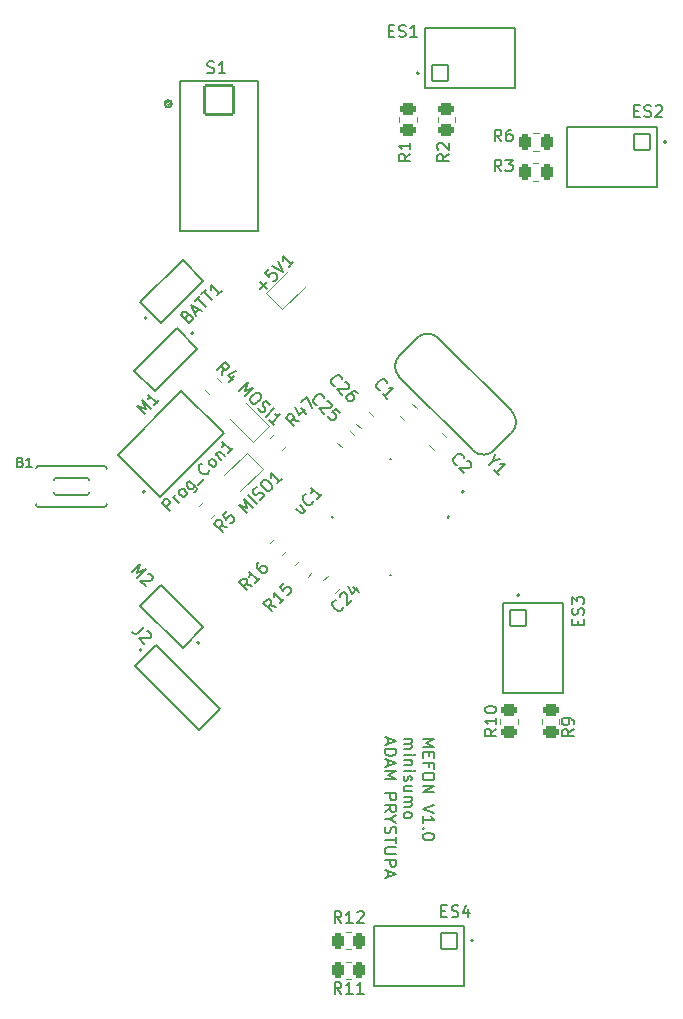
<source format=gto>
G04 #@! TF.GenerationSoftware,KiCad,Pcbnew,8.0.1*
G04 #@! TF.CreationDate,2024-05-31T17:56:36+02:00*
G04 #@! TF.ProjectId,minisumo_pcb,6d696e69-7375-46d6-9f5f-7063622e6b69,rev?*
G04 #@! TF.SameCoordinates,Original*
G04 #@! TF.FileFunction,Legend,Top*
G04 #@! TF.FilePolarity,Positive*
%FSLAX46Y46*%
G04 Gerber Fmt 4.6, Leading zero omitted, Abs format (unit mm)*
G04 Created by KiCad (PCBNEW 8.0.1) date 2024-05-31 17:56:36*
%MOMM*%
%LPD*%
G01*
G04 APERTURE LIST*
G04 Aperture macros list*
%AMRoundRect*
0 Rectangle with rounded corners*
0 $1 Rounding radius*
0 $2 $3 $4 $5 $6 $7 $8 $9 X,Y pos of 4 corners*
0 Add a 4 corners polygon primitive as box body*
4,1,4,$2,$3,$4,$5,$6,$7,$8,$9,$2,$3,0*
0 Add four circle primitives for the rounded corners*
1,1,$1+$1,$2,$3*
1,1,$1+$1,$4,$5*
1,1,$1+$1,$6,$7*
1,1,$1+$1,$8,$9*
0 Add four rect primitives between the rounded corners*
20,1,$1+$1,$2,$3,$4,$5,0*
20,1,$1+$1,$4,$5,$6,$7,0*
20,1,$1+$1,$6,$7,$8,$9,0*
20,1,$1+$1,$8,$9,$2,$3,0*%
G04 Aperture macros list end*
%ADD10C,0.200000*%
%ADD11C,0.150000*%
%ADD12C,0.120000*%
%ADD13C,0.050000*%
%ADD14C,0.127000*%
%ADD15RoundRect,0.243750X-0.150260X0.494975X-0.494975X0.150260X0.150260X-0.494975X0.494975X-0.150260X0*%
%ADD16RoundRect,0.250000X-0.450000X0.262500X-0.450000X-0.262500X0.450000X-0.262500X0.450000X0.262500X0*%
%ADD17RoundRect,0.250000X0.450000X-0.262500X0.450000X0.262500X-0.450000X0.262500X-0.450000X-0.262500X0*%
%ADD18RoundRect,0.250000X0.262500X0.450000X-0.262500X0.450000X-0.262500X-0.450000X0.262500X-0.450000X0*%
%ADD19RoundRect,0.102000X-1.081873X0.000000X0.000000X-1.081873X1.081873X0.000000X0.000000X1.081873X0*%
%ADD20C,1.734000*%
%ADD21RoundRect,0.102000X-1.225000X-1.225000X1.225000X-1.225000X1.225000X1.225000X-1.225000X1.225000X0*%
%ADD22C,2.654000*%
%ADD23RoundRect,0.250000X0.132583X-0.503814X0.503814X-0.132583X-0.132583X0.503814X-0.503814X0.132583X0*%
%ADD24RoundRect,0.102000X0.968736X0.000000X0.000000X0.968736X-0.968736X0.000000X0.000000X-0.968736X0*%
%ADD25C,1.574000*%
%ADD26RoundRect,0.052780X0.325269X0.783785X-0.783785X-0.325269X-0.325269X-0.783785X0.783785X0.325269X0*%
%ADD27RoundRect,0.135720X-0.325269X0.666491X-0.666491X0.325269X0.325269X-0.666491X0.666491X-0.325269X0*%
%ADD28C,1.234000*%
%ADD29RoundRect,0.102000X-0.685000X-0.685000X0.685000X-0.685000X0.685000X0.685000X-0.685000X0.685000X0*%
%ADD30RoundRect,0.243750X0.494975X0.150260X0.150260X0.494975X-0.494975X-0.150260X-0.150260X-0.494975X0*%
%ADD31RoundRect,0.250000X0.070711X-0.565685X0.565685X-0.070711X-0.070711X0.565685X-0.565685X0.070711X0*%
%ADD32RoundRect,0.102000X-0.685000X0.685000X-0.685000X-0.685000X0.685000X-0.685000X0.685000X0.685000X0*%
%ADD33RoundRect,0.250000X0.512652X0.159099X0.159099X0.512652X-0.512652X-0.159099X-0.159099X-0.512652X0*%
%ADD34RoundRect,0.250000X-0.159099X0.512652X-0.512652X0.159099X0.159099X-0.512652X0.512652X-0.159099X0*%
%ADD35RoundRect,0.250000X-0.132583X0.503814X-0.503814X0.132583X0.132583X-0.503814X0.503814X-0.132583X0*%
%ADD36RoundRect,0.250000X-0.262500X-0.450000X0.262500X-0.450000X0.262500X0.450000X-0.262500X0.450000X0*%
%ADD37RoundRect,0.243750X0.150260X-0.494975X0.494975X-0.150260X-0.150260X0.494975X-0.494975X0.150260X0*%
%ADD38RoundRect,0.102000X0.000000X-0.968736X0.968736X0.000000X0.000000X0.968736X-0.968736X0.000000X0*%
%ADD39RoundRect,0.102000X0.000000X1.081873X-1.081873X0.000000X0.000000X-1.081873X1.081873X0.000000X0*%
%ADD40RoundRect,0.102000X0.685000X0.685000X-0.685000X0.685000X-0.685000X-0.685000X0.685000X-0.685000X0*%
%ADD41RoundRect,0.250000X-0.503814X-0.132583X-0.132583X-0.503814X0.503814X0.132583X0.132583X0.503814X0*%
%ADD42C,2.079000*%
%ADD43RoundRect,0.250000X-0.512652X-0.159099X-0.159099X-0.512652X0.512652X0.159099X0.159099X0.512652X0*%
%ADD44RoundRect,0.102000X0.000000X-1.081873X1.081873X0.000000X0.000000X1.081873X-1.081873X0.000000X0*%
G04 APERTURE END LIST*
D10*
X130987668Y-123559673D02*
X131987668Y-123559673D01*
X131987668Y-123559673D02*
X131273383Y-123893006D01*
X131273383Y-123893006D02*
X131987668Y-124226339D01*
X131987668Y-124226339D02*
X130987668Y-124226339D01*
X131511478Y-124702530D02*
X131511478Y-125035863D01*
X130987668Y-125178720D02*
X130987668Y-124702530D01*
X130987668Y-124702530D02*
X131987668Y-124702530D01*
X131987668Y-124702530D02*
X131987668Y-125178720D01*
X131511478Y-125940625D02*
X131511478Y-125607292D01*
X130987668Y-125607292D02*
X131987668Y-125607292D01*
X131987668Y-125607292D02*
X131987668Y-126083482D01*
X131987668Y-126654911D02*
X131987668Y-126845387D01*
X131987668Y-126845387D02*
X131940049Y-126940625D01*
X131940049Y-126940625D02*
X131844811Y-127035863D01*
X131844811Y-127035863D02*
X131654335Y-127083482D01*
X131654335Y-127083482D02*
X131321002Y-127083482D01*
X131321002Y-127083482D02*
X131130526Y-127035863D01*
X131130526Y-127035863D02*
X131035288Y-126940625D01*
X131035288Y-126940625D02*
X130987668Y-126845387D01*
X130987668Y-126845387D02*
X130987668Y-126654911D01*
X130987668Y-126654911D02*
X131035288Y-126559673D01*
X131035288Y-126559673D02*
X131130526Y-126464435D01*
X131130526Y-126464435D02*
X131321002Y-126416816D01*
X131321002Y-126416816D02*
X131654335Y-126416816D01*
X131654335Y-126416816D02*
X131844811Y-126464435D01*
X131844811Y-126464435D02*
X131940049Y-126559673D01*
X131940049Y-126559673D02*
X131987668Y-126654911D01*
X130987668Y-127512054D02*
X131987668Y-127512054D01*
X131987668Y-127512054D02*
X130987668Y-128083482D01*
X130987668Y-128083482D02*
X131987668Y-128083482D01*
X131987668Y-129178721D02*
X130987668Y-129512054D01*
X130987668Y-129512054D02*
X131987668Y-129845387D01*
X130987668Y-130702530D02*
X130987668Y-130131102D01*
X130987668Y-130416816D02*
X131987668Y-130416816D01*
X131987668Y-130416816D02*
X131844811Y-130321578D01*
X131844811Y-130321578D02*
X131749573Y-130226340D01*
X131749573Y-130226340D02*
X131701954Y-130131102D01*
X131082907Y-131131102D02*
X131035288Y-131178721D01*
X131035288Y-131178721D02*
X130987668Y-131131102D01*
X130987668Y-131131102D02*
X131035288Y-131083483D01*
X131035288Y-131083483D02*
X131082907Y-131131102D01*
X131082907Y-131131102D02*
X130987668Y-131131102D01*
X131987668Y-131797768D02*
X131987668Y-131893006D01*
X131987668Y-131893006D02*
X131940049Y-131988244D01*
X131940049Y-131988244D02*
X131892430Y-132035863D01*
X131892430Y-132035863D02*
X131797192Y-132083482D01*
X131797192Y-132083482D02*
X131606716Y-132131101D01*
X131606716Y-132131101D02*
X131368621Y-132131101D01*
X131368621Y-132131101D02*
X131178145Y-132083482D01*
X131178145Y-132083482D02*
X131082907Y-132035863D01*
X131082907Y-132035863D02*
X131035288Y-131988244D01*
X131035288Y-131988244D02*
X130987668Y-131893006D01*
X130987668Y-131893006D02*
X130987668Y-131797768D01*
X130987668Y-131797768D02*
X131035288Y-131702530D01*
X131035288Y-131702530D02*
X131082907Y-131654911D01*
X131082907Y-131654911D02*
X131178145Y-131607292D01*
X131178145Y-131607292D02*
X131368621Y-131559673D01*
X131368621Y-131559673D02*
X131606716Y-131559673D01*
X131606716Y-131559673D02*
X131797192Y-131607292D01*
X131797192Y-131607292D02*
X131892430Y-131654911D01*
X131892430Y-131654911D02*
X131940049Y-131702530D01*
X131940049Y-131702530D02*
X131987668Y-131797768D01*
X129377724Y-123559673D02*
X130044391Y-123559673D01*
X129949153Y-123559673D02*
X129996772Y-123607292D01*
X129996772Y-123607292D02*
X130044391Y-123702530D01*
X130044391Y-123702530D02*
X130044391Y-123845387D01*
X130044391Y-123845387D02*
X129996772Y-123940625D01*
X129996772Y-123940625D02*
X129901534Y-123988244D01*
X129901534Y-123988244D02*
X129377724Y-123988244D01*
X129901534Y-123988244D02*
X129996772Y-124035863D01*
X129996772Y-124035863D02*
X130044391Y-124131101D01*
X130044391Y-124131101D02*
X130044391Y-124273958D01*
X130044391Y-124273958D02*
X129996772Y-124369197D01*
X129996772Y-124369197D02*
X129901534Y-124416816D01*
X129901534Y-124416816D02*
X129377724Y-124416816D01*
X129377724Y-124893006D02*
X130044391Y-124893006D01*
X130377724Y-124893006D02*
X130330105Y-124845387D01*
X130330105Y-124845387D02*
X130282486Y-124893006D01*
X130282486Y-124893006D02*
X130330105Y-124940625D01*
X130330105Y-124940625D02*
X130377724Y-124893006D01*
X130377724Y-124893006D02*
X130282486Y-124893006D01*
X130044391Y-125369196D02*
X129377724Y-125369196D01*
X129949153Y-125369196D02*
X129996772Y-125416815D01*
X129996772Y-125416815D02*
X130044391Y-125512053D01*
X130044391Y-125512053D02*
X130044391Y-125654910D01*
X130044391Y-125654910D02*
X129996772Y-125750148D01*
X129996772Y-125750148D02*
X129901534Y-125797767D01*
X129901534Y-125797767D02*
X129377724Y-125797767D01*
X129377724Y-126273958D02*
X130044391Y-126273958D01*
X130377724Y-126273958D02*
X130330105Y-126226339D01*
X130330105Y-126226339D02*
X130282486Y-126273958D01*
X130282486Y-126273958D02*
X130330105Y-126321577D01*
X130330105Y-126321577D02*
X130377724Y-126273958D01*
X130377724Y-126273958D02*
X130282486Y-126273958D01*
X129425344Y-126702529D02*
X129377724Y-126797767D01*
X129377724Y-126797767D02*
X129377724Y-126988243D01*
X129377724Y-126988243D02*
X129425344Y-127083481D01*
X129425344Y-127083481D02*
X129520582Y-127131100D01*
X129520582Y-127131100D02*
X129568201Y-127131100D01*
X129568201Y-127131100D02*
X129663439Y-127083481D01*
X129663439Y-127083481D02*
X129711058Y-126988243D01*
X129711058Y-126988243D02*
X129711058Y-126845386D01*
X129711058Y-126845386D02*
X129758677Y-126750148D01*
X129758677Y-126750148D02*
X129853915Y-126702529D01*
X129853915Y-126702529D02*
X129901534Y-126702529D01*
X129901534Y-126702529D02*
X129996772Y-126750148D01*
X129996772Y-126750148D02*
X130044391Y-126845386D01*
X130044391Y-126845386D02*
X130044391Y-126988243D01*
X130044391Y-126988243D02*
X129996772Y-127083481D01*
X130044391Y-127988243D02*
X129377724Y-127988243D01*
X130044391Y-127559672D02*
X129520582Y-127559672D01*
X129520582Y-127559672D02*
X129425344Y-127607291D01*
X129425344Y-127607291D02*
X129377724Y-127702529D01*
X129377724Y-127702529D02*
X129377724Y-127845386D01*
X129377724Y-127845386D02*
X129425344Y-127940624D01*
X129425344Y-127940624D02*
X129472963Y-127988243D01*
X129377724Y-128464434D02*
X130044391Y-128464434D01*
X129949153Y-128464434D02*
X129996772Y-128512053D01*
X129996772Y-128512053D02*
X130044391Y-128607291D01*
X130044391Y-128607291D02*
X130044391Y-128750148D01*
X130044391Y-128750148D02*
X129996772Y-128845386D01*
X129996772Y-128845386D02*
X129901534Y-128893005D01*
X129901534Y-128893005D02*
X129377724Y-128893005D01*
X129901534Y-128893005D02*
X129996772Y-128940624D01*
X129996772Y-128940624D02*
X130044391Y-129035862D01*
X130044391Y-129035862D02*
X130044391Y-129178719D01*
X130044391Y-129178719D02*
X129996772Y-129273958D01*
X129996772Y-129273958D02*
X129901534Y-129321577D01*
X129901534Y-129321577D02*
X129377724Y-129321577D01*
X129377724Y-129940624D02*
X129425344Y-129845386D01*
X129425344Y-129845386D02*
X129472963Y-129797767D01*
X129472963Y-129797767D02*
X129568201Y-129750148D01*
X129568201Y-129750148D02*
X129853915Y-129750148D01*
X129853915Y-129750148D02*
X129949153Y-129797767D01*
X129949153Y-129797767D02*
X129996772Y-129845386D01*
X129996772Y-129845386D02*
X130044391Y-129940624D01*
X130044391Y-129940624D02*
X130044391Y-130083481D01*
X130044391Y-130083481D02*
X129996772Y-130178719D01*
X129996772Y-130178719D02*
X129949153Y-130226338D01*
X129949153Y-130226338D02*
X129853915Y-130273957D01*
X129853915Y-130273957D02*
X129568201Y-130273957D01*
X129568201Y-130273957D02*
X129472963Y-130226338D01*
X129472963Y-130226338D02*
X129425344Y-130178719D01*
X129425344Y-130178719D02*
X129377724Y-130083481D01*
X129377724Y-130083481D02*
X129377724Y-129940624D01*
X128053495Y-123512054D02*
X128053495Y-123988244D01*
X127767780Y-123416816D02*
X128767780Y-123750149D01*
X128767780Y-123750149D02*
X127767780Y-124083482D01*
X127767780Y-124416816D02*
X128767780Y-124416816D01*
X128767780Y-124416816D02*
X128767780Y-124654911D01*
X128767780Y-124654911D02*
X128720161Y-124797768D01*
X128720161Y-124797768D02*
X128624923Y-124893006D01*
X128624923Y-124893006D02*
X128529685Y-124940625D01*
X128529685Y-124940625D02*
X128339209Y-124988244D01*
X128339209Y-124988244D02*
X128196352Y-124988244D01*
X128196352Y-124988244D02*
X128005876Y-124940625D01*
X128005876Y-124940625D02*
X127910638Y-124893006D01*
X127910638Y-124893006D02*
X127815400Y-124797768D01*
X127815400Y-124797768D02*
X127767780Y-124654911D01*
X127767780Y-124654911D02*
X127767780Y-124416816D01*
X128053495Y-125369197D02*
X128053495Y-125845387D01*
X127767780Y-125273959D02*
X128767780Y-125607292D01*
X128767780Y-125607292D02*
X127767780Y-125940625D01*
X127767780Y-126273959D02*
X128767780Y-126273959D01*
X128767780Y-126273959D02*
X128053495Y-126607292D01*
X128053495Y-126607292D02*
X128767780Y-126940625D01*
X128767780Y-126940625D02*
X127767780Y-126940625D01*
X127767780Y-128178721D02*
X128767780Y-128178721D01*
X128767780Y-128178721D02*
X128767780Y-128559673D01*
X128767780Y-128559673D02*
X128720161Y-128654911D01*
X128720161Y-128654911D02*
X128672542Y-128702530D01*
X128672542Y-128702530D02*
X128577304Y-128750149D01*
X128577304Y-128750149D02*
X128434447Y-128750149D01*
X128434447Y-128750149D02*
X128339209Y-128702530D01*
X128339209Y-128702530D02*
X128291590Y-128654911D01*
X128291590Y-128654911D02*
X128243971Y-128559673D01*
X128243971Y-128559673D02*
X128243971Y-128178721D01*
X127767780Y-129750149D02*
X128243971Y-129416816D01*
X127767780Y-129178721D02*
X128767780Y-129178721D01*
X128767780Y-129178721D02*
X128767780Y-129559673D01*
X128767780Y-129559673D02*
X128720161Y-129654911D01*
X128720161Y-129654911D02*
X128672542Y-129702530D01*
X128672542Y-129702530D02*
X128577304Y-129750149D01*
X128577304Y-129750149D02*
X128434447Y-129750149D01*
X128434447Y-129750149D02*
X128339209Y-129702530D01*
X128339209Y-129702530D02*
X128291590Y-129654911D01*
X128291590Y-129654911D02*
X128243971Y-129559673D01*
X128243971Y-129559673D02*
X128243971Y-129178721D01*
X128243971Y-130369197D02*
X127767780Y-130369197D01*
X128767780Y-130035864D02*
X128243971Y-130369197D01*
X128243971Y-130369197D02*
X128767780Y-130702530D01*
X127815400Y-130988245D02*
X127767780Y-131131102D01*
X127767780Y-131131102D02*
X127767780Y-131369197D01*
X127767780Y-131369197D02*
X127815400Y-131464435D01*
X127815400Y-131464435D02*
X127863019Y-131512054D01*
X127863019Y-131512054D02*
X127958257Y-131559673D01*
X127958257Y-131559673D02*
X128053495Y-131559673D01*
X128053495Y-131559673D02*
X128148733Y-131512054D01*
X128148733Y-131512054D02*
X128196352Y-131464435D01*
X128196352Y-131464435D02*
X128243971Y-131369197D01*
X128243971Y-131369197D02*
X128291590Y-131178721D01*
X128291590Y-131178721D02*
X128339209Y-131083483D01*
X128339209Y-131083483D02*
X128386828Y-131035864D01*
X128386828Y-131035864D02*
X128482066Y-130988245D01*
X128482066Y-130988245D02*
X128577304Y-130988245D01*
X128577304Y-130988245D02*
X128672542Y-131035864D01*
X128672542Y-131035864D02*
X128720161Y-131083483D01*
X128720161Y-131083483D02*
X128767780Y-131178721D01*
X128767780Y-131178721D02*
X128767780Y-131416816D01*
X128767780Y-131416816D02*
X128720161Y-131559673D01*
X128767780Y-131845388D02*
X128767780Y-132416816D01*
X127767780Y-132131102D02*
X128767780Y-132131102D01*
X128767780Y-132750150D02*
X127958257Y-132750150D01*
X127958257Y-132750150D02*
X127863019Y-132797769D01*
X127863019Y-132797769D02*
X127815400Y-132845388D01*
X127815400Y-132845388D02*
X127767780Y-132940626D01*
X127767780Y-132940626D02*
X127767780Y-133131102D01*
X127767780Y-133131102D02*
X127815400Y-133226340D01*
X127815400Y-133226340D02*
X127863019Y-133273959D01*
X127863019Y-133273959D02*
X127958257Y-133321578D01*
X127958257Y-133321578D02*
X128767780Y-133321578D01*
X127767780Y-133797769D02*
X128767780Y-133797769D01*
X128767780Y-133797769D02*
X128767780Y-134178721D01*
X128767780Y-134178721D02*
X128720161Y-134273959D01*
X128720161Y-134273959D02*
X128672542Y-134321578D01*
X128672542Y-134321578D02*
X128577304Y-134369197D01*
X128577304Y-134369197D02*
X128434447Y-134369197D01*
X128434447Y-134369197D02*
X128339209Y-134321578D01*
X128339209Y-134321578D02*
X128291590Y-134273959D01*
X128291590Y-134273959D02*
X128243971Y-134178721D01*
X128243971Y-134178721D02*
X128243971Y-133797769D01*
X128053495Y-134750150D02*
X128053495Y-135226340D01*
X127767780Y-134654912D02*
X128767780Y-134988245D01*
X128767780Y-134988245D02*
X127767780Y-135321578D01*
D11*
X116121255Y-104462706D02*
X115414148Y-103755599D01*
X115414148Y-103755599D02*
X116154927Y-104024973D01*
X116154927Y-104024973D02*
X115885553Y-103284195D01*
X115885553Y-103284195D02*
X116592660Y-103991302D01*
X116929377Y-103654584D02*
X116222270Y-102947478D01*
X117198751Y-103317867D02*
X117333438Y-103250524D01*
X117333438Y-103250524D02*
X117501796Y-103082165D01*
X117501796Y-103082165D02*
X117535468Y-102981150D01*
X117535468Y-102981150D02*
X117535468Y-102913806D01*
X117535468Y-102913806D02*
X117501796Y-102812791D01*
X117501796Y-102812791D02*
X117434453Y-102745447D01*
X117434453Y-102745447D02*
X117333438Y-102711776D01*
X117333438Y-102711776D02*
X117266094Y-102711776D01*
X117266094Y-102711776D02*
X117165079Y-102745447D01*
X117165079Y-102745447D02*
X116996720Y-102846463D01*
X116996720Y-102846463D02*
X116895705Y-102880134D01*
X116895705Y-102880134D02*
X116828361Y-102880134D01*
X116828361Y-102880134D02*
X116727346Y-102846463D01*
X116727346Y-102846463D02*
X116660003Y-102779119D01*
X116660003Y-102779119D02*
X116626331Y-102678104D01*
X116626331Y-102678104D02*
X116626331Y-102610760D01*
X116626331Y-102610760D02*
X116660003Y-102509745D01*
X116660003Y-102509745D02*
X116828361Y-102341386D01*
X116828361Y-102341386D02*
X116963048Y-102274043D01*
X117367109Y-101802638D02*
X117501796Y-101667951D01*
X117501796Y-101667951D02*
X117602812Y-101634280D01*
X117602812Y-101634280D02*
X117737499Y-101634280D01*
X117737499Y-101634280D02*
X117905857Y-101735295D01*
X117905857Y-101735295D02*
X118141560Y-101970997D01*
X118141560Y-101970997D02*
X118242575Y-102139356D01*
X118242575Y-102139356D02*
X118242575Y-102274043D01*
X118242575Y-102274043D02*
X118208903Y-102375058D01*
X118208903Y-102375058D02*
X118074216Y-102509745D01*
X118074216Y-102509745D02*
X117973201Y-102543417D01*
X117973201Y-102543417D02*
X117838514Y-102543417D01*
X117838514Y-102543417D02*
X117670155Y-102442402D01*
X117670155Y-102442402D02*
X117434453Y-102206699D01*
X117434453Y-102206699D02*
X117333438Y-102038341D01*
X117333438Y-102038341D02*
X117333438Y-101903654D01*
X117333438Y-101903654D02*
X117367109Y-101802638D01*
X119050697Y-101533264D02*
X118646636Y-101937325D01*
X118848666Y-101735295D02*
X118141560Y-101028188D01*
X118141560Y-101028188D02*
X118175231Y-101196547D01*
X118175231Y-101196547D02*
X118175231Y-101331234D01*
X118175231Y-101331234D02*
X118141560Y-101432249D01*
X133206997Y-74046343D02*
X132730806Y-74379676D01*
X133206997Y-74617771D02*
X132206997Y-74617771D01*
X132206997Y-74617771D02*
X132206997Y-74236819D01*
X132206997Y-74236819D02*
X132254616Y-74141581D01*
X132254616Y-74141581D02*
X132302235Y-74093962D01*
X132302235Y-74093962D02*
X132397473Y-74046343D01*
X132397473Y-74046343D02*
X132540330Y-74046343D01*
X132540330Y-74046343D02*
X132635568Y-74093962D01*
X132635568Y-74093962D02*
X132683187Y-74141581D01*
X132683187Y-74141581D02*
X132730806Y-74236819D01*
X132730806Y-74236819D02*
X132730806Y-74617771D01*
X132302235Y-73665390D02*
X132254616Y-73617771D01*
X132254616Y-73617771D02*
X132206997Y-73522533D01*
X132206997Y-73522533D02*
X132206997Y-73284438D01*
X132206997Y-73284438D02*
X132254616Y-73189200D01*
X132254616Y-73189200D02*
X132302235Y-73141581D01*
X132302235Y-73141581D02*
X132397473Y-73093962D01*
X132397473Y-73093962D02*
X132492711Y-73093962D01*
X132492711Y-73093962D02*
X132635568Y-73141581D01*
X132635568Y-73141581D02*
X133206997Y-73713009D01*
X133206997Y-73713009D02*
X133206997Y-73093962D01*
X143769820Y-122736666D02*
X143293629Y-123069999D01*
X143769820Y-123308094D02*
X142769820Y-123308094D01*
X142769820Y-123308094D02*
X142769820Y-122927142D01*
X142769820Y-122927142D02*
X142817439Y-122831904D01*
X142817439Y-122831904D02*
X142865058Y-122784285D01*
X142865058Y-122784285D02*
X142960296Y-122736666D01*
X142960296Y-122736666D02*
X143103153Y-122736666D01*
X143103153Y-122736666D02*
X143198391Y-122784285D01*
X143198391Y-122784285D02*
X143246010Y-122831904D01*
X143246010Y-122831904D02*
X143293629Y-122927142D01*
X143293629Y-122927142D02*
X143293629Y-123308094D01*
X143769820Y-122260475D02*
X143769820Y-122069999D01*
X143769820Y-122069999D02*
X143722201Y-121974761D01*
X143722201Y-121974761D02*
X143674581Y-121927142D01*
X143674581Y-121927142D02*
X143531724Y-121831904D01*
X143531724Y-121831904D02*
X143341248Y-121784285D01*
X143341248Y-121784285D02*
X142960296Y-121784285D01*
X142960296Y-121784285D02*
X142865058Y-121831904D01*
X142865058Y-121831904D02*
X142817439Y-121879523D01*
X142817439Y-121879523D02*
X142769820Y-121974761D01*
X142769820Y-121974761D02*
X142769820Y-122165237D01*
X142769820Y-122165237D02*
X142817439Y-122260475D01*
X142817439Y-122260475D02*
X142865058Y-122308094D01*
X142865058Y-122308094D02*
X142960296Y-122355713D01*
X142960296Y-122355713D02*
X143198391Y-122355713D01*
X143198391Y-122355713D02*
X143293629Y-122308094D01*
X143293629Y-122308094D02*
X143341248Y-122260475D01*
X143341248Y-122260475D02*
X143388867Y-122165237D01*
X143388867Y-122165237D02*
X143388867Y-121974761D01*
X143388867Y-121974761D02*
X143341248Y-121879523D01*
X143341248Y-121879523D02*
X143293629Y-121831904D01*
X143293629Y-121831904D02*
X143198391Y-121784285D01*
X137653333Y-72979820D02*
X137320000Y-72503629D01*
X137081905Y-72979820D02*
X137081905Y-71979820D01*
X137081905Y-71979820D02*
X137462857Y-71979820D01*
X137462857Y-71979820D02*
X137558095Y-72027439D01*
X137558095Y-72027439D02*
X137605714Y-72075058D01*
X137605714Y-72075058D02*
X137653333Y-72170296D01*
X137653333Y-72170296D02*
X137653333Y-72313153D01*
X137653333Y-72313153D02*
X137605714Y-72408391D01*
X137605714Y-72408391D02*
X137558095Y-72456010D01*
X137558095Y-72456010D02*
X137462857Y-72503629D01*
X137462857Y-72503629D02*
X137081905Y-72503629D01*
X138510476Y-71979820D02*
X138320000Y-71979820D01*
X138320000Y-71979820D02*
X138224762Y-72027439D01*
X138224762Y-72027439D02*
X138177143Y-72075058D01*
X138177143Y-72075058D02*
X138081905Y-72217915D01*
X138081905Y-72217915D02*
X138034286Y-72408391D01*
X138034286Y-72408391D02*
X138034286Y-72789343D01*
X138034286Y-72789343D02*
X138081905Y-72884581D01*
X138081905Y-72884581D02*
X138129524Y-72932201D01*
X138129524Y-72932201D02*
X138224762Y-72979820D01*
X138224762Y-72979820D02*
X138415238Y-72979820D01*
X138415238Y-72979820D02*
X138510476Y-72932201D01*
X138510476Y-72932201D02*
X138558095Y-72884581D01*
X138558095Y-72884581D02*
X138605714Y-72789343D01*
X138605714Y-72789343D02*
X138605714Y-72551248D01*
X138605714Y-72551248D02*
X138558095Y-72456010D01*
X138558095Y-72456010D02*
X138510476Y-72408391D01*
X138510476Y-72408391D02*
X138415238Y-72360772D01*
X138415238Y-72360772D02*
X138224762Y-72360772D01*
X138224762Y-72360772D02*
X138129524Y-72408391D01*
X138129524Y-72408391D02*
X138081905Y-72456010D01*
X138081905Y-72456010D02*
X138034286Y-72551248D01*
X106353509Y-109442401D02*
X107060616Y-108735295D01*
X107060616Y-108735295D02*
X106791242Y-109476073D01*
X106791242Y-109476073D02*
X107532020Y-109206699D01*
X107532020Y-109206699D02*
X106824914Y-109913806D01*
X107767723Y-109577088D02*
X107835066Y-109577088D01*
X107835066Y-109577088D02*
X107936081Y-109610760D01*
X107936081Y-109610760D02*
X108104440Y-109779119D01*
X108104440Y-109779119D02*
X108138112Y-109880134D01*
X108138112Y-109880134D02*
X108138112Y-109947478D01*
X108138112Y-109947478D02*
X108104440Y-110048493D01*
X108104440Y-110048493D02*
X108037097Y-110115836D01*
X108037097Y-110115836D02*
X107902410Y-110183180D01*
X107902410Y-110183180D02*
X107094288Y-110183180D01*
X107094288Y-110183180D02*
X107532020Y-110620913D01*
X112758737Y-67151934D02*
X112901868Y-67199644D01*
X112901868Y-67199644D02*
X113140421Y-67199644D01*
X113140421Y-67199644D02*
X113235842Y-67151934D01*
X113235842Y-67151934D02*
X113283552Y-67104223D01*
X113283552Y-67104223D02*
X113331263Y-67008802D01*
X113331263Y-67008802D02*
X113331263Y-66913381D01*
X113331263Y-66913381D02*
X113283552Y-66817960D01*
X113283552Y-66817960D02*
X113235842Y-66770249D01*
X113235842Y-66770249D02*
X113140421Y-66722539D01*
X113140421Y-66722539D02*
X112949579Y-66674828D01*
X112949579Y-66674828D02*
X112854158Y-66627118D01*
X112854158Y-66627118D02*
X112806447Y-66579407D01*
X112806447Y-66579407D02*
X112758737Y-66483986D01*
X112758737Y-66483986D02*
X112758737Y-66388565D01*
X112758737Y-66388565D02*
X112806447Y-66293144D01*
X112806447Y-66293144D02*
X112854158Y-66245434D01*
X112854158Y-66245434D02*
X112949579Y-66197723D01*
X112949579Y-66197723D02*
X113188131Y-66197723D01*
X113188131Y-66197723D02*
X113331263Y-66245434D01*
X114285473Y-67199644D02*
X113712947Y-67199644D01*
X113999210Y-67199644D02*
X113999210Y-66197723D01*
X113999210Y-66197723D02*
X113903789Y-66340855D01*
X113903789Y-66340855D02*
X113808368Y-66436276D01*
X113808368Y-66436276D02*
X113712947Y-66483986D01*
X114451289Y-105632672D02*
X113878870Y-105531657D01*
X114047228Y-106036733D02*
X113340122Y-105329626D01*
X113340122Y-105329626D02*
X113609496Y-105060252D01*
X113609496Y-105060252D02*
X113710511Y-105026580D01*
X113710511Y-105026580D02*
X113777854Y-105026580D01*
X113777854Y-105026580D02*
X113878870Y-105060252D01*
X113878870Y-105060252D02*
X113979885Y-105161267D01*
X113979885Y-105161267D02*
X114013557Y-105262283D01*
X114013557Y-105262283D02*
X114013557Y-105329626D01*
X114013557Y-105329626D02*
X113979885Y-105430641D01*
X113979885Y-105430641D02*
X113710511Y-105700015D01*
X114383946Y-104285802D02*
X114047228Y-104622519D01*
X114047228Y-104622519D02*
X114350274Y-104992909D01*
X114350274Y-104992909D02*
X114350274Y-104925565D01*
X114350274Y-104925565D02*
X114383946Y-104824550D01*
X114383946Y-104824550D02*
X114552305Y-104656191D01*
X114552305Y-104656191D02*
X114653320Y-104622519D01*
X114653320Y-104622519D02*
X114720663Y-104622519D01*
X114720663Y-104622519D02*
X114821679Y-104656191D01*
X114821679Y-104656191D02*
X114990037Y-104824550D01*
X114990037Y-104824550D02*
X115023709Y-104925565D01*
X115023709Y-104925565D02*
X115023709Y-104992909D01*
X115023709Y-104992909D02*
X114990037Y-105093924D01*
X114990037Y-105093924D02*
X114821679Y-105262283D01*
X114821679Y-105262283D02*
X114720663Y-105295954D01*
X114720663Y-105295954D02*
X114653320Y-105295954D01*
X137239819Y-122712857D02*
X136763628Y-123046190D01*
X137239819Y-123284285D02*
X136239819Y-123284285D01*
X136239819Y-123284285D02*
X136239819Y-122903333D01*
X136239819Y-122903333D02*
X136287438Y-122808095D01*
X136287438Y-122808095D02*
X136335057Y-122760476D01*
X136335057Y-122760476D02*
X136430295Y-122712857D01*
X136430295Y-122712857D02*
X136573152Y-122712857D01*
X136573152Y-122712857D02*
X136668390Y-122760476D01*
X136668390Y-122760476D02*
X136716009Y-122808095D01*
X136716009Y-122808095D02*
X136763628Y-122903333D01*
X136763628Y-122903333D02*
X136763628Y-123284285D01*
X137239819Y-121760476D02*
X137239819Y-122331904D01*
X137239819Y-122046190D02*
X136239819Y-122046190D01*
X136239819Y-122046190D02*
X136382676Y-122141428D01*
X136382676Y-122141428D02*
X136477914Y-122236666D01*
X136477914Y-122236666D02*
X136525533Y-122331904D01*
X136239819Y-121141428D02*
X136239819Y-121046190D01*
X136239819Y-121046190D02*
X136287438Y-120950952D01*
X136287438Y-120950952D02*
X136335057Y-120903333D01*
X136335057Y-120903333D02*
X136430295Y-120855714D01*
X136430295Y-120855714D02*
X136620771Y-120808095D01*
X136620771Y-120808095D02*
X136858866Y-120808095D01*
X136858866Y-120808095D02*
X137049342Y-120855714D01*
X137049342Y-120855714D02*
X137144580Y-120903333D01*
X137144580Y-120903333D02*
X137192200Y-120950952D01*
X137192200Y-120950952D02*
X137239819Y-121046190D01*
X137239819Y-121046190D02*
X137239819Y-121141428D01*
X137239819Y-121141428D02*
X137192200Y-121236666D01*
X137192200Y-121236666D02*
X137144580Y-121284285D01*
X137144580Y-121284285D02*
X137049342Y-121331904D01*
X137049342Y-121331904D02*
X136858866Y-121379523D01*
X136858866Y-121379523D02*
X136620771Y-121379523D01*
X136620771Y-121379523D02*
X136430295Y-121331904D01*
X136430295Y-121331904D02*
X136335057Y-121284285D01*
X136335057Y-121284285D02*
X136287438Y-121236666D01*
X136287438Y-121236666D02*
X136239819Y-121141428D01*
X107397333Y-114072012D02*
X106892257Y-114577088D01*
X106892257Y-114577088D02*
X106757570Y-114644432D01*
X106757570Y-114644432D02*
X106622883Y-114644432D01*
X106622883Y-114644432D02*
X106488196Y-114577088D01*
X106488196Y-114577088D02*
X106420852Y-114509745D01*
X107633036Y-114442401D02*
X107700379Y-114442401D01*
X107700379Y-114442401D02*
X107801394Y-114476073D01*
X107801394Y-114476073D02*
X107969753Y-114644432D01*
X107969753Y-114644432D02*
X108003425Y-114745447D01*
X108003425Y-114745447D02*
X108003425Y-114812791D01*
X108003425Y-114812791D02*
X107969753Y-114913806D01*
X107969753Y-114913806D02*
X107902410Y-114981149D01*
X107902410Y-114981149D02*
X107767723Y-115048493D01*
X107767723Y-115048493D02*
X106959601Y-115048493D01*
X106959601Y-115048493D02*
X107397333Y-115486226D01*
X120581453Y-103763948D02*
X121052857Y-104235353D01*
X120278407Y-104066994D02*
X120648796Y-104437383D01*
X120648796Y-104437383D02*
X120749812Y-104471055D01*
X120749812Y-104471055D02*
X120850827Y-104437383D01*
X120850827Y-104437383D02*
X120951842Y-104336368D01*
X120951842Y-104336368D02*
X120985514Y-104235353D01*
X120985514Y-104235353D02*
X120985514Y-104168009D01*
X121726293Y-103427231D02*
X121726293Y-103494574D01*
X121726293Y-103494574D02*
X121658949Y-103629261D01*
X121658949Y-103629261D02*
X121591606Y-103696605D01*
X121591606Y-103696605D02*
X121456918Y-103763948D01*
X121456918Y-103763948D02*
X121322231Y-103763948D01*
X121322231Y-103763948D02*
X121221216Y-103730277D01*
X121221216Y-103730277D02*
X121052857Y-103629261D01*
X121052857Y-103629261D02*
X120951842Y-103528246D01*
X120951842Y-103528246D02*
X120850827Y-103359887D01*
X120850827Y-103359887D02*
X120817155Y-103258872D01*
X120817155Y-103258872D02*
X120817155Y-103124185D01*
X120817155Y-103124185D02*
X120884499Y-102989498D01*
X120884499Y-102989498D02*
X120951842Y-102922154D01*
X120951842Y-102922154D02*
X121086529Y-102854811D01*
X121086529Y-102854811D02*
X121153873Y-102854811D01*
X122467071Y-102821139D02*
X122063010Y-103225200D01*
X122265041Y-103023170D02*
X121557934Y-102316063D01*
X121557934Y-102316063D02*
X121591606Y-102484422D01*
X121591606Y-102484422D02*
X121591606Y-102619109D01*
X121591606Y-102619109D02*
X121557934Y-102720124D01*
X129947401Y-74026989D02*
X129471210Y-74360322D01*
X129947401Y-74598417D02*
X128947401Y-74598417D01*
X128947401Y-74598417D02*
X128947401Y-74217465D01*
X128947401Y-74217465D02*
X128995020Y-74122227D01*
X128995020Y-74122227D02*
X129042639Y-74074608D01*
X129042639Y-74074608D02*
X129137877Y-74026989D01*
X129137877Y-74026989D02*
X129280734Y-74026989D01*
X129280734Y-74026989D02*
X129375972Y-74074608D01*
X129375972Y-74074608D02*
X129423591Y-74122227D01*
X129423591Y-74122227D02*
X129471210Y-74217465D01*
X129471210Y-74217465D02*
X129471210Y-74598417D01*
X129947401Y-73074608D02*
X129947401Y-73646036D01*
X129947401Y-73360322D02*
X128947401Y-73360322D01*
X128947401Y-73360322D02*
X129090258Y-73455560D01*
X129090258Y-73455560D02*
X129185496Y-73550798D01*
X129185496Y-73550798D02*
X129233115Y-73646036D01*
X136948129Y-100022890D02*
X136611138Y-100359881D01*
X137082925Y-99416307D02*
X136948129Y-100022890D01*
X136948129Y-100022890D02*
X137554712Y-99888094D01*
X137453615Y-101202357D02*
X137049226Y-100797968D01*
X137251420Y-101000163D02*
X137959101Y-100292482D01*
X137959101Y-100292482D02*
X137790605Y-100326182D01*
X137790605Y-100326182D02*
X137655809Y-100326182D01*
X137655809Y-100326182D02*
X137554712Y-100292482D01*
X128120833Y-63604225D02*
X128454166Y-63604225D01*
X128597023Y-64128035D02*
X128120833Y-64128035D01*
X128120833Y-64128035D02*
X128120833Y-63128035D01*
X128120833Y-63128035D02*
X128597023Y-63128035D01*
X128977976Y-64080416D02*
X129120833Y-64128035D01*
X129120833Y-64128035D02*
X129358928Y-64128035D01*
X129358928Y-64128035D02*
X129454166Y-64080416D01*
X129454166Y-64080416D02*
X129501785Y-64032796D01*
X129501785Y-64032796D02*
X129549404Y-63937558D01*
X129549404Y-63937558D02*
X129549404Y-63842320D01*
X129549404Y-63842320D02*
X129501785Y-63747082D01*
X129501785Y-63747082D02*
X129454166Y-63699463D01*
X129454166Y-63699463D02*
X129358928Y-63651844D01*
X129358928Y-63651844D02*
X129168452Y-63604225D01*
X129168452Y-63604225D02*
X129073214Y-63556606D01*
X129073214Y-63556606D02*
X129025595Y-63508987D01*
X129025595Y-63508987D02*
X128977976Y-63413749D01*
X128977976Y-63413749D02*
X128977976Y-63318511D01*
X128977976Y-63318511D02*
X129025595Y-63223273D01*
X129025595Y-63223273D02*
X129073214Y-63175654D01*
X129073214Y-63175654D02*
X129168452Y-63128035D01*
X129168452Y-63128035D02*
X129406547Y-63128035D01*
X129406547Y-63128035D02*
X129549404Y-63175654D01*
X130501785Y-64128035D02*
X129930357Y-64128035D01*
X130216071Y-64128035D02*
X130216071Y-63128035D01*
X130216071Y-63128035D02*
X130120833Y-63270892D01*
X130120833Y-63270892D02*
X130025595Y-63366130D01*
X130025595Y-63366130D02*
X129930357Y-63413749D01*
X115478044Y-94066936D02*
X116185151Y-93359829D01*
X116185151Y-93359829D02*
X115915777Y-94100608D01*
X115915777Y-94100608D02*
X116656555Y-93831234D01*
X116656555Y-93831234D02*
X115949448Y-94538341D01*
X117127959Y-94302638D02*
X117262646Y-94437325D01*
X117262646Y-94437325D02*
X117296318Y-94538340D01*
X117296318Y-94538340D02*
X117296318Y-94673027D01*
X117296318Y-94673027D02*
X117195303Y-94841386D01*
X117195303Y-94841386D02*
X116959601Y-95077088D01*
X116959601Y-95077088D02*
X116791242Y-95178104D01*
X116791242Y-95178104D02*
X116656555Y-95178104D01*
X116656555Y-95178104D02*
X116555540Y-95144432D01*
X116555540Y-95144432D02*
X116420853Y-95009745D01*
X116420853Y-95009745D02*
X116387181Y-94908730D01*
X116387181Y-94908730D02*
X116387181Y-94774043D01*
X116387181Y-94774043D02*
X116488196Y-94605684D01*
X116488196Y-94605684D02*
X116723898Y-94369982D01*
X116723898Y-94369982D02*
X116892257Y-94268966D01*
X116892257Y-94268966D02*
X117026944Y-94268966D01*
X117026944Y-94268966D02*
X117127959Y-94302638D01*
X117026944Y-95548493D02*
X117094288Y-95683180D01*
X117094288Y-95683180D02*
X117262646Y-95851539D01*
X117262646Y-95851539D02*
X117363662Y-95885210D01*
X117363662Y-95885210D02*
X117431005Y-95885210D01*
X117431005Y-95885210D02*
X117532020Y-95851539D01*
X117532020Y-95851539D02*
X117599364Y-95784195D01*
X117599364Y-95784195D02*
X117633036Y-95683180D01*
X117633036Y-95683180D02*
X117633036Y-95615836D01*
X117633036Y-95615836D02*
X117599364Y-95514821D01*
X117599364Y-95514821D02*
X117498349Y-95346462D01*
X117498349Y-95346462D02*
X117464677Y-95245447D01*
X117464677Y-95245447D02*
X117464677Y-95178104D01*
X117464677Y-95178104D02*
X117498349Y-95077088D01*
X117498349Y-95077088D02*
X117565692Y-95009745D01*
X117565692Y-95009745D02*
X117666707Y-94976073D01*
X117666707Y-94976073D02*
X117734051Y-94976073D01*
X117734051Y-94976073D02*
X117835066Y-95009745D01*
X117835066Y-95009745D02*
X118003425Y-95178104D01*
X118003425Y-95178104D02*
X118070768Y-95312791D01*
X117700379Y-96289272D02*
X118407486Y-95582165D01*
X118407486Y-96996378D02*
X118003425Y-96592317D01*
X118205455Y-96794347D02*
X118912562Y-96087241D01*
X118912562Y-96087241D02*
X118744203Y-96120912D01*
X118744203Y-96120912D02*
X118609516Y-96120912D01*
X118609516Y-96120912D02*
X118508501Y-96087241D01*
X120517036Y-96661174D02*
X119944617Y-96560159D01*
X120112975Y-97065235D02*
X119405869Y-96358128D01*
X119405869Y-96358128D02*
X119675243Y-96088754D01*
X119675243Y-96088754D02*
X119776258Y-96055082D01*
X119776258Y-96055082D02*
X119843601Y-96055082D01*
X119843601Y-96055082D02*
X119944617Y-96088754D01*
X119944617Y-96088754D02*
X120045632Y-96189769D01*
X120045632Y-96189769D02*
X120079304Y-96290785D01*
X120079304Y-96290785D02*
X120079304Y-96358128D01*
X120079304Y-96358128D02*
X120045632Y-96459143D01*
X120045632Y-96459143D02*
X119776258Y-96728517D01*
X120651723Y-95583678D02*
X121123128Y-96055082D01*
X120213991Y-95482663D02*
X120550708Y-96156098D01*
X120550708Y-96156098D02*
X120988441Y-95718365D01*
X120719067Y-95044930D02*
X121190472Y-94573525D01*
X121190472Y-94573525D02*
X121594533Y-95583678D01*
X144116009Y-113924166D02*
X144116009Y-113590833D01*
X144639819Y-113447976D02*
X144639819Y-113924166D01*
X144639819Y-113924166D02*
X143639819Y-113924166D01*
X143639819Y-113924166D02*
X143639819Y-113447976D01*
X144592200Y-113067023D02*
X144639819Y-112924166D01*
X144639819Y-112924166D02*
X144639819Y-112686071D01*
X144639819Y-112686071D02*
X144592200Y-112590833D01*
X144592200Y-112590833D02*
X144544580Y-112543214D01*
X144544580Y-112543214D02*
X144449342Y-112495595D01*
X144449342Y-112495595D02*
X144354104Y-112495595D01*
X144354104Y-112495595D02*
X144258866Y-112543214D01*
X144258866Y-112543214D02*
X144211247Y-112590833D01*
X144211247Y-112590833D02*
X144163628Y-112686071D01*
X144163628Y-112686071D02*
X144116009Y-112876547D01*
X144116009Y-112876547D02*
X144068390Y-112971785D01*
X144068390Y-112971785D02*
X144020771Y-113019404D01*
X144020771Y-113019404D02*
X143925533Y-113067023D01*
X143925533Y-113067023D02*
X143830295Y-113067023D01*
X143830295Y-113067023D02*
X143735057Y-113019404D01*
X143735057Y-113019404D02*
X143687438Y-112971785D01*
X143687438Y-112971785D02*
X143639819Y-112876547D01*
X143639819Y-112876547D02*
X143639819Y-112638452D01*
X143639819Y-112638452D02*
X143687438Y-112495595D01*
X143639819Y-112162261D02*
X143639819Y-111543214D01*
X143639819Y-111543214D02*
X144020771Y-111876547D01*
X144020771Y-111876547D02*
X144020771Y-111733690D01*
X144020771Y-111733690D02*
X144068390Y-111638452D01*
X144068390Y-111638452D02*
X144116009Y-111590833D01*
X144116009Y-111590833D02*
X144211247Y-111543214D01*
X144211247Y-111543214D02*
X144449342Y-111543214D01*
X144449342Y-111543214D02*
X144544580Y-111590833D01*
X144544580Y-111590833D02*
X144592200Y-111638452D01*
X144592200Y-111638452D02*
X144639819Y-111733690D01*
X144639819Y-111733690D02*
X144639819Y-112019404D01*
X144639819Y-112019404D02*
X144592200Y-112114642D01*
X144592200Y-112114642D02*
X144544580Y-112162261D01*
X122061169Y-95274693D02*
X121993825Y-95274693D01*
X121993825Y-95274693D02*
X121859138Y-95207349D01*
X121859138Y-95207349D02*
X121791795Y-95140006D01*
X121791795Y-95140006D02*
X121724451Y-95005319D01*
X121724451Y-95005319D02*
X121724451Y-94870632D01*
X121724451Y-94870632D02*
X121758123Y-94769617D01*
X121758123Y-94769617D02*
X121859138Y-94601258D01*
X121859138Y-94601258D02*
X121960153Y-94500243D01*
X121960153Y-94500243D02*
X122128512Y-94399227D01*
X122128512Y-94399227D02*
X122229527Y-94365556D01*
X122229527Y-94365556D02*
X122364214Y-94365556D01*
X122364214Y-94365556D02*
X122498901Y-94432899D01*
X122498901Y-94432899D02*
X122566245Y-94500243D01*
X122566245Y-94500243D02*
X122633588Y-94634930D01*
X122633588Y-94634930D02*
X122633588Y-94702273D01*
X122902962Y-94971647D02*
X122970306Y-94971647D01*
X122970306Y-94971647D02*
X123071321Y-95005319D01*
X123071321Y-95005319D02*
X123239680Y-95173678D01*
X123239680Y-95173678D02*
X123273352Y-95274693D01*
X123273352Y-95274693D02*
X123273352Y-95342036D01*
X123273352Y-95342036D02*
X123239680Y-95443052D01*
X123239680Y-95443052D02*
X123172336Y-95510395D01*
X123172336Y-95510395D02*
X123037649Y-95577739D01*
X123037649Y-95577739D02*
X122229527Y-95577739D01*
X122229527Y-95577739D02*
X122667260Y-96015471D01*
X124014130Y-95948128D02*
X123677413Y-95611410D01*
X123677413Y-95611410D02*
X123307024Y-95914456D01*
X123307024Y-95914456D02*
X123374367Y-95914456D01*
X123374367Y-95914456D02*
X123475382Y-95948128D01*
X123475382Y-95948128D02*
X123643741Y-96116487D01*
X123643741Y-96116487D02*
X123677413Y-96217502D01*
X123677413Y-96217502D02*
X123677413Y-96284846D01*
X123677413Y-96284846D02*
X123643741Y-96385861D01*
X123643741Y-96385861D02*
X123475382Y-96554220D01*
X123475382Y-96554220D02*
X123374367Y-96587891D01*
X123374367Y-96587891D02*
X123307024Y-96587891D01*
X123307024Y-96587891D02*
X123206008Y-96554220D01*
X123206008Y-96554220D02*
X123037650Y-96385861D01*
X123037650Y-96385861D02*
X123003978Y-96284846D01*
X123003978Y-96284846D02*
X123003978Y-96217502D01*
X124257631Y-112371770D02*
X124257631Y-112439114D01*
X124257631Y-112439114D02*
X124190287Y-112573801D01*
X124190287Y-112573801D02*
X124122944Y-112641144D01*
X124122944Y-112641144D02*
X123988257Y-112708488D01*
X123988257Y-112708488D02*
X123853570Y-112708488D01*
X123853570Y-112708488D02*
X123752555Y-112674816D01*
X123752555Y-112674816D02*
X123584196Y-112573801D01*
X123584196Y-112573801D02*
X123483181Y-112472786D01*
X123483181Y-112472786D02*
X123382165Y-112304427D01*
X123382165Y-112304427D02*
X123348494Y-112203412D01*
X123348494Y-112203412D02*
X123348494Y-112068725D01*
X123348494Y-112068725D02*
X123415837Y-111934038D01*
X123415837Y-111934038D02*
X123483181Y-111866694D01*
X123483181Y-111866694D02*
X123617868Y-111799351D01*
X123617868Y-111799351D02*
X123685211Y-111799351D01*
X123954585Y-111529977D02*
X123954585Y-111462633D01*
X123954585Y-111462633D02*
X123988257Y-111361618D01*
X123988257Y-111361618D02*
X124156616Y-111193259D01*
X124156616Y-111193259D02*
X124257631Y-111159587D01*
X124257631Y-111159587D02*
X124324974Y-111159587D01*
X124324974Y-111159587D02*
X124425990Y-111193259D01*
X124425990Y-111193259D02*
X124493333Y-111260603D01*
X124493333Y-111260603D02*
X124560677Y-111395290D01*
X124560677Y-111395290D02*
X124560677Y-112203412D01*
X124560677Y-112203412D02*
X124998409Y-111765679D01*
X125133097Y-110688183D02*
X125604501Y-111159587D01*
X124695364Y-110587167D02*
X125032081Y-111260602D01*
X125032081Y-111260602D02*
X125469814Y-110822870D01*
X118612036Y-112354807D02*
X118039617Y-112253792D01*
X118207975Y-112758868D02*
X117500869Y-112051761D01*
X117500869Y-112051761D02*
X117770243Y-111782387D01*
X117770243Y-111782387D02*
X117871258Y-111748715D01*
X117871258Y-111748715D02*
X117938601Y-111748715D01*
X117938601Y-111748715D02*
X118039617Y-111782387D01*
X118039617Y-111782387D02*
X118140632Y-111883402D01*
X118140632Y-111883402D02*
X118174304Y-111984418D01*
X118174304Y-111984418D02*
X118174304Y-112051761D01*
X118174304Y-112051761D02*
X118140632Y-112152776D01*
X118140632Y-112152776D02*
X117871258Y-112422150D01*
X119285471Y-111681372D02*
X118881410Y-112085433D01*
X119083441Y-111883402D02*
X118376334Y-111176296D01*
X118376334Y-111176296D02*
X118410006Y-111344654D01*
X118410006Y-111344654D02*
X118410006Y-111479341D01*
X118410006Y-111479341D02*
X118376334Y-111580357D01*
X119218128Y-110334502D02*
X118881410Y-110671219D01*
X118881410Y-110671219D02*
X119184456Y-111041608D01*
X119184456Y-111041608D02*
X119184456Y-110974265D01*
X119184456Y-110974265D02*
X119218128Y-110873250D01*
X119218128Y-110873250D02*
X119386487Y-110704891D01*
X119386487Y-110704891D02*
X119487502Y-110671219D01*
X119487502Y-110671219D02*
X119554846Y-110671219D01*
X119554846Y-110671219D02*
X119655861Y-110704891D01*
X119655861Y-110704891D02*
X119824220Y-110873250D01*
X119824220Y-110873250D02*
X119857891Y-110974265D01*
X119857891Y-110974265D02*
X119857891Y-111041608D01*
X119857891Y-111041608D02*
X119824220Y-111142624D01*
X119824220Y-111142624D02*
X119655861Y-111310982D01*
X119655861Y-111310982D02*
X119554846Y-111344654D01*
X119554846Y-111344654D02*
X119487502Y-111344654D01*
X137652028Y-75519819D02*
X137318695Y-75043628D01*
X137080600Y-75519819D02*
X137080600Y-74519819D01*
X137080600Y-74519819D02*
X137461552Y-74519819D01*
X137461552Y-74519819D02*
X137556790Y-74567438D01*
X137556790Y-74567438D02*
X137604409Y-74615057D01*
X137604409Y-74615057D02*
X137652028Y-74710295D01*
X137652028Y-74710295D02*
X137652028Y-74853152D01*
X137652028Y-74853152D02*
X137604409Y-74948390D01*
X137604409Y-74948390D02*
X137556790Y-74996009D01*
X137556790Y-74996009D02*
X137461552Y-75043628D01*
X137461552Y-75043628D02*
X137080600Y-75043628D01*
X137985362Y-74519819D02*
X138604409Y-74519819D01*
X138604409Y-74519819D02*
X138271076Y-74900771D01*
X138271076Y-74900771D02*
X138413933Y-74900771D01*
X138413933Y-74900771D02*
X138509171Y-74948390D01*
X138509171Y-74948390D02*
X138556790Y-74996009D01*
X138556790Y-74996009D02*
X138604409Y-75091247D01*
X138604409Y-75091247D02*
X138604409Y-75329342D01*
X138604409Y-75329342D02*
X138556790Y-75424580D01*
X138556790Y-75424580D02*
X138509171Y-75472200D01*
X138509171Y-75472200D02*
X138413933Y-75519819D01*
X138413933Y-75519819D02*
X138128219Y-75519819D01*
X138128219Y-75519819D02*
X138032981Y-75472200D01*
X138032981Y-75472200D02*
X137985362Y-75424580D01*
X117239650Y-85431360D02*
X117778398Y-84892612D01*
X117778398Y-85431360D02*
X117239650Y-84892612D01*
X118014100Y-83781444D02*
X117677383Y-84118162D01*
X117677383Y-84118162D02*
X117980429Y-84488551D01*
X117980429Y-84488551D02*
X117980429Y-84421208D01*
X117980429Y-84421208D02*
X118014100Y-84320192D01*
X118014100Y-84320192D02*
X118182459Y-84151834D01*
X118182459Y-84151834D02*
X118283474Y-84118162D01*
X118283474Y-84118162D02*
X118350818Y-84118162D01*
X118350818Y-84118162D02*
X118451833Y-84151834D01*
X118451833Y-84151834D02*
X118620192Y-84320192D01*
X118620192Y-84320192D02*
X118653864Y-84421208D01*
X118653864Y-84421208D02*
X118653864Y-84488551D01*
X118653864Y-84488551D02*
X118620192Y-84589566D01*
X118620192Y-84589566D02*
X118451833Y-84757925D01*
X118451833Y-84757925D02*
X118350818Y-84791597D01*
X118350818Y-84791597D02*
X118283474Y-84791597D01*
X118249803Y-83545742D02*
X119192612Y-84017146D01*
X119192612Y-84017146D02*
X118721207Y-83074337D01*
X120034406Y-83175353D02*
X119630345Y-83579414D01*
X119832375Y-83377383D02*
X119125268Y-82670276D01*
X119125268Y-82670276D02*
X119158940Y-82838635D01*
X119158940Y-82838635D02*
X119158940Y-82973322D01*
X119158940Y-82973322D02*
X119125268Y-83074337D01*
X124104677Y-145148035D02*
X123771344Y-144671844D01*
X123533249Y-145148035D02*
X123533249Y-144148035D01*
X123533249Y-144148035D02*
X123914201Y-144148035D01*
X123914201Y-144148035D02*
X124009439Y-144195654D01*
X124009439Y-144195654D02*
X124057058Y-144243273D01*
X124057058Y-144243273D02*
X124104677Y-144338511D01*
X124104677Y-144338511D02*
X124104677Y-144481368D01*
X124104677Y-144481368D02*
X124057058Y-144576606D01*
X124057058Y-144576606D02*
X124009439Y-144624225D01*
X124009439Y-144624225D02*
X123914201Y-144671844D01*
X123914201Y-144671844D02*
X123533249Y-144671844D01*
X125057058Y-145148035D02*
X124485630Y-145148035D01*
X124771344Y-145148035D02*
X124771344Y-144148035D01*
X124771344Y-144148035D02*
X124676106Y-144290892D01*
X124676106Y-144290892D02*
X124580868Y-144386130D01*
X124580868Y-144386130D02*
X124485630Y-144433749D01*
X126009439Y-145148035D02*
X125438011Y-145148035D01*
X125723725Y-145148035D02*
X125723725Y-144148035D01*
X125723725Y-144148035D02*
X125628487Y-144290892D01*
X125628487Y-144290892D02*
X125533249Y-144386130D01*
X125533249Y-144386130D02*
X125438011Y-144433749D01*
X109620639Y-104259372D02*
X108913532Y-103552265D01*
X108913532Y-103552265D02*
X109182907Y-103282891D01*
X109182907Y-103282891D02*
X109283922Y-103249219D01*
X109283922Y-103249219D02*
X109351265Y-103249219D01*
X109351265Y-103249219D02*
X109452281Y-103282891D01*
X109452281Y-103282891D02*
X109553296Y-103383906D01*
X109553296Y-103383906D02*
X109586968Y-103484922D01*
X109586968Y-103484922D02*
X109586968Y-103552265D01*
X109586968Y-103552265D02*
X109553296Y-103653280D01*
X109553296Y-103653280D02*
X109283922Y-103922654D01*
X110327746Y-103552265D02*
X109856342Y-103080861D01*
X109991029Y-103215548D02*
X109957357Y-103114532D01*
X109957357Y-103114532D02*
X109957357Y-103047189D01*
X109957357Y-103047189D02*
X109991029Y-102946174D01*
X109991029Y-102946174D02*
X110058372Y-102878830D01*
X110866494Y-103013517D02*
X110765479Y-103047189D01*
X110765479Y-103047189D02*
X110698136Y-103047189D01*
X110698136Y-103047189D02*
X110597120Y-103013517D01*
X110597120Y-103013517D02*
X110395090Y-102811486D01*
X110395090Y-102811486D02*
X110361418Y-102710471D01*
X110361418Y-102710471D02*
X110361418Y-102643128D01*
X110361418Y-102643128D02*
X110395090Y-102542112D01*
X110395090Y-102542112D02*
X110496105Y-102441097D01*
X110496105Y-102441097D02*
X110597120Y-102407425D01*
X110597120Y-102407425D02*
X110664464Y-102407425D01*
X110664464Y-102407425D02*
X110765479Y-102441097D01*
X110765479Y-102441097D02*
X110967510Y-102643128D01*
X110967510Y-102643128D02*
X111001181Y-102744143D01*
X111001181Y-102744143D02*
X111001181Y-102811486D01*
X111001181Y-102811486D02*
X110967510Y-102912502D01*
X110967510Y-102912502D02*
X110866494Y-103013517D01*
X111236884Y-101700319D02*
X111809303Y-102272738D01*
X111809303Y-102272738D02*
X111842975Y-102373754D01*
X111842975Y-102373754D02*
X111842975Y-102441097D01*
X111842975Y-102441097D02*
X111809303Y-102542112D01*
X111809303Y-102542112D02*
X111708288Y-102643128D01*
X111708288Y-102643128D02*
X111607273Y-102676799D01*
X111674616Y-102138051D02*
X111640945Y-102239067D01*
X111640945Y-102239067D02*
X111506258Y-102373754D01*
X111506258Y-102373754D02*
X111405242Y-102407425D01*
X111405242Y-102407425D02*
X111337899Y-102407425D01*
X111337899Y-102407425D02*
X111236884Y-102373754D01*
X111236884Y-102373754D02*
X111034853Y-102171723D01*
X111034853Y-102171723D02*
X111001181Y-102070708D01*
X111001181Y-102070708D02*
X111001181Y-102003364D01*
X111001181Y-102003364D02*
X111034853Y-101902349D01*
X111034853Y-101902349D02*
X111169540Y-101767662D01*
X111169540Y-101767662D02*
X111270555Y-101733990D01*
X111943991Y-102070708D02*
X112482739Y-101531960D01*
X112920471Y-100824853D02*
X112920471Y-100892196D01*
X112920471Y-100892196D02*
X112853128Y-101026883D01*
X112853128Y-101026883D02*
X112785784Y-101094227D01*
X112785784Y-101094227D02*
X112651097Y-101161570D01*
X112651097Y-101161570D02*
X112516410Y-101161570D01*
X112516410Y-101161570D02*
X112415395Y-101127899D01*
X112415395Y-101127899D02*
X112247036Y-101026883D01*
X112247036Y-101026883D02*
X112146021Y-100925868D01*
X112146021Y-100925868D02*
X112045006Y-100757509D01*
X112045006Y-100757509D02*
X112011334Y-100656494D01*
X112011334Y-100656494D02*
X112011334Y-100521807D01*
X112011334Y-100521807D02*
X112078678Y-100387120D01*
X112078678Y-100387120D02*
X112146021Y-100319776D01*
X112146021Y-100319776D02*
X112280708Y-100252433D01*
X112280708Y-100252433D02*
X112348052Y-100252433D01*
X113391876Y-100488135D02*
X113290861Y-100521807D01*
X113290861Y-100521807D02*
X113223517Y-100521807D01*
X113223517Y-100521807D02*
X113122502Y-100488135D01*
X113122502Y-100488135D02*
X112920471Y-100286105D01*
X112920471Y-100286105D02*
X112886800Y-100185089D01*
X112886800Y-100185089D02*
X112886800Y-100117746D01*
X112886800Y-100117746D02*
X112920471Y-100016731D01*
X112920471Y-100016731D02*
X113021487Y-99915715D01*
X113021487Y-99915715D02*
X113122502Y-99882044D01*
X113122502Y-99882044D02*
X113189846Y-99882044D01*
X113189846Y-99882044D02*
X113290861Y-99915715D01*
X113290861Y-99915715D02*
X113492891Y-100117746D01*
X113492891Y-100117746D02*
X113526563Y-100218761D01*
X113526563Y-100218761D02*
X113526563Y-100286105D01*
X113526563Y-100286105D02*
X113492891Y-100387120D01*
X113492891Y-100387120D02*
X113391876Y-100488135D01*
X113459220Y-99477983D02*
X113930624Y-99949387D01*
X113526563Y-99545326D02*
X113526563Y-99477983D01*
X113526563Y-99477983D02*
X113560235Y-99376967D01*
X113560235Y-99376967D02*
X113661250Y-99275952D01*
X113661250Y-99275952D02*
X113762265Y-99242280D01*
X113762265Y-99242280D02*
X113863281Y-99275952D01*
X113863281Y-99275952D02*
X114233670Y-99646341D01*
X114940777Y-98939235D02*
X114536716Y-99343296D01*
X114738746Y-99141265D02*
X114031639Y-98434158D01*
X114031639Y-98434158D02*
X114065311Y-98602517D01*
X114065311Y-98602517D02*
X114065311Y-98737204D01*
X114065311Y-98737204D02*
X114031639Y-98838219D01*
X116562036Y-110591174D02*
X115989617Y-110490159D01*
X116157975Y-110995235D02*
X115450869Y-110288128D01*
X115450869Y-110288128D02*
X115720243Y-110018754D01*
X115720243Y-110018754D02*
X115821258Y-109985082D01*
X115821258Y-109985082D02*
X115888601Y-109985082D01*
X115888601Y-109985082D02*
X115989617Y-110018754D01*
X115989617Y-110018754D02*
X116090632Y-110119769D01*
X116090632Y-110119769D02*
X116124304Y-110220785D01*
X116124304Y-110220785D02*
X116124304Y-110288128D01*
X116124304Y-110288128D02*
X116090632Y-110389143D01*
X116090632Y-110389143D02*
X115821258Y-110658517D01*
X117235471Y-109917739D02*
X116831410Y-110321800D01*
X117033441Y-110119769D02*
X116326334Y-109412663D01*
X116326334Y-109412663D02*
X116360006Y-109581021D01*
X116360006Y-109581021D02*
X116360006Y-109715708D01*
X116360006Y-109715708D02*
X116326334Y-109816724D01*
X117134456Y-108604540D02*
X116999769Y-108739227D01*
X116999769Y-108739227D02*
X116966098Y-108840243D01*
X116966098Y-108840243D02*
X116966098Y-108907586D01*
X116966098Y-108907586D02*
X116999769Y-109075945D01*
X116999769Y-109075945D02*
X117100785Y-109244304D01*
X117100785Y-109244304D02*
X117370159Y-109513678D01*
X117370159Y-109513678D02*
X117471174Y-109547349D01*
X117471174Y-109547349D02*
X117538517Y-109547349D01*
X117538517Y-109547349D02*
X117639533Y-109513678D01*
X117639533Y-109513678D02*
X117774220Y-109378991D01*
X117774220Y-109378991D02*
X117807891Y-109277975D01*
X117807891Y-109277975D02*
X117807891Y-109210632D01*
X117807891Y-109210632D02*
X117774220Y-109109617D01*
X117774220Y-109109617D02*
X117605861Y-108941258D01*
X117605861Y-108941258D02*
X117504846Y-108907586D01*
X117504846Y-108907586D02*
X117437502Y-108907586D01*
X117437502Y-108907586D02*
X117336487Y-108941258D01*
X117336487Y-108941258D02*
X117201800Y-109075945D01*
X117201800Y-109075945D02*
X117168128Y-109176960D01*
X117168128Y-109176960D02*
X117168128Y-109244304D01*
X117168128Y-109244304D02*
X117201800Y-109345319D01*
X111070747Y-87772436D02*
X111205434Y-87705092D01*
X111205434Y-87705092D02*
X111272777Y-87705092D01*
X111272777Y-87705092D02*
X111373793Y-87738764D01*
X111373793Y-87738764D02*
X111474808Y-87839779D01*
X111474808Y-87839779D02*
X111508480Y-87940795D01*
X111508480Y-87940795D02*
X111508480Y-88008138D01*
X111508480Y-88008138D02*
X111474808Y-88109153D01*
X111474808Y-88109153D02*
X111205434Y-88378527D01*
X111205434Y-88378527D02*
X110498327Y-87671421D01*
X110498327Y-87671421D02*
X110734029Y-87435718D01*
X110734029Y-87435718D02*
X110835045Y-87402047D01*
X110835045Y-87402047D02*
X110902388Y-87402047D01*
X110902388Y-87402047D02*
X111003403Y-87435718D01*
X111003403Y-87435718D02*
X111070747Y-87503062D01*
X111070747Y-87503062D02*
X111104419Y-87604077D01*
X111104419Y-87604077D02*
X111104419Y-87671421D01*
X111104419Y-87671421D02*
X111070747Y-87772436D01*
X111070747Y-87772436D02*
X110835045Y-88008138D01*
X111676838Y-87503062D02*
X112013556Y-87166344D01*
X111811525Y-87772436D02*
X111340121Y-86829627D01*
X111340121Y-86829627D02*
X112282930Y-87301031D01*
X111710510Y-86459237D02*
X112114571Y-86055176D01*
X112619648Y-86964314D02*
X111912541Y-86257207D01*
X112249259Y-85920489D02*
X112653320Y-85516428D01*
X113158396Y-86425565D02*
X112451289Y-85718459D01*
X113966518Y-85617443D02*
X113562457Y-86021504D01*
X113764488Y-85819474D02*
X113057381Y-85112367D01*
X113057381Y-85112367D02*
X113091052Y-85280726D01*
X113091052Y-85280726D02*
X113091052Y-85415413D01*
X113091052Y-85415413D02*
X113057381Y-85516428D01*
X123561168Y-93674692D02*
X123493824Y-93674692D01*
X123493824Y-93674692D02*
X123359137Y-93607348D01*
X123359137Y-93607348D02*
X123291794Y-93540005D01*
X123291794Y-93540005D02*
X123224450Y-93405318D01*
X123224450Y-93405318D02*
X123224450Y-93270631D01*
X123224450Y-93270631D02*
X123258122Y-93169616D01*
X123258122Y-93169616D02*
X123359137Y-93001257D01*
X123359137Y-93001257D02*
X123460152Y-92900242D01*
X123460152Y-92900242D02*
X123628511Y-92799226D01*
X123628511Y-92799226D02*
X123729526Y-92765555D01*
X123729526Y-92765555D02*
X123864213Y-92765555D01*
X123864213Y-92765555D02*
X123998900Y-92832898D01*
X123998900Y-92832898D02*
X124066244Y-92900242D01*
X124066244Y-92900242D02*
X124133587Y-93034929D01*
X124133587Y-93034929D02*
X124133587Y-93102272D01*
X124402961Y-93371646D02*
X124470305Y-93371646D01*
X124470305Y-93371646D02*
X124571320Y-93405318D01*
X124571320Y-93405318D02*
X124739679Y-93573677D01*
X124739679Y-93573677D02*
X124773351Y-93674692D01*
X124773351Y-93674692D02*
X124773351Y-93742035D01*
X124773351Y-93742035D02*
X124739679Y-93843051D01*
X124739679Y-93843051D02*
X124672335Y-93910394D01*
X124672335Y-93910394D02*
X124537648Y-93977738D01*
X124537648Y-93977738D02*
X123729526Y-93977738D01*
X123729526Y-93977738D02*
X124167259Y-94415470D01*
X125480458Y-94314455D02*
X125345771Y-94179768D01*
X125345771Y-94179768D02*
X125244755Y-94146097D01*
X125244755Y-94146097D02*
X125177412Y-94146097D01*
X125177412Y-94146097D02*
X125009053Y-94179768D01*
X125009053Y-94179768D02*
X124840694Y-94280784D01*
X124840694Y-94280784D02*
X124571320Y-94550158D01*
X124571320Y-94550158D02*
X124537649Y-94651173D01*
X124537649Y-94651173D02*
X124537649Y-94718516D01*
X124537649Y-94718516D02*
X124571320Y-94819532D01*
X124571320Y-94819532D02*
X124706007Y-94954219D01*
X124706007Y-94954219D02*
X124807023Y-94987890D01*
X124807023Y-94987890D02*
X124874366Y-94987890D01*
X124874366Y-94987890D02*
X124975381Y-94954219D01*
X124975381Y-94954219D02*
X125143740Y-94785860D01*
X125143740Y-94785860D02*
X125177412Y-94684845D01*
X125177412Y-94684845D02*
X125177412Y-94617501D01*
X125177412Y-94617501D02*
X125143740Y-94516486D01*
X125143740Y-94516486D02*
X125009053Y-94381799D01*
X125009053Y-94381799D02*
X124908038Y-94348127D01*
X124908038Y-94348127D02*
X124840694Y-94348127D01*
X124840694Y-94348127D02*
X124739679Y-94381799D01*
X132580868Y-138124225D02*
X132914201Y-138124225D01*
X133057058Y-138648035D02*
X132580868Y-138648035D01*
X132580868Y-138648035D02*
X132580868Y-137648035D01*
X132580868Y-137648035D02*
X133057058Y-137648035D01*
X133438011Y-138600416D02*
X133580868Y-138648035D01*
X133580868Y-138648035D02*
X133818963Y-138648035D01*
X133818963Y-138648035D02*
X133914201Y-138600416D01*
X133914201Y-138600416D02*
X133961820Y-138552796D01*
X133961820Y-138552796D02*
X134009439Y-138457558D01*
X134009439Y-138457558D02*
X134009439Y-138362320D01*
X134009439Y-138362320D02*
X133961820Y-138267082D01*
X133961820Y-138267082D02*
X133914201Y-138219463D01*
X133914201Y-138219463D02*
X133818963Y-138171844D01*
X133818963Y-138171844D02*
X133628487Y-138124225D01*
X133628487Y-138124225D02*
X133533249Y-138076606D01*
X133533249Y-138076606D02*
X133485630Y-138028987D01*
X133485630Y-138028987D02*
X133438011Y-137933749D01*
X133438011Y-137933749D02*
X133438011Y-137838511D01*
X133438011Y-137838511D02*
X133485630Y-137743273D01*
X133485630Y-137743273D02*
X133533249Y-137695654D01*
X133533249Y-137695654D02*
X133628487Y-137648035D01*
X133628487Y-137648035D02*
X133866582Y-137648035D01*
X133866582Y-137648035D02*
X134009439Y-137695654D01*
X134866582Y-137981368D02*
X134866582Y-138648035D01*
X134628487Y-137600416D02*
X134390392Y-138314701D01*
X134390392Y-138314701D02*
X135009439Y-138314701D01*
X148903333Y-70376009D02*
X149236666Y-70376009D01*
X149379523Y-70899819D02*
X148903333Y-70899819D01*
X148903333Y-70899819D02*
X148903333Y-69899819D01*
X148903333Y-69899819D02*
X149379523Y-69899819D01*
X149760476Y-70852200D02*
X149903333Y-70899819D01*
X149903333Y-70899819D02*
X150141428Y-70899819D01*
X150141428Y-70899819D02*
X150236666Y-70852200D01*
X150236666Y-70852200D02*
X150284285Y-70804580D01*
X150284285Y-70804580D02*
X150331904Y-70709342D01*
X150331904Y-70709342D02*
X150331904Y-70614104D01*
X150331904Y-70614104D02*
X150284285Y-70518866D01*
X150284285Y-70518866D02*
X150236666Y-70471247D01*
X150236666Y-70471247D02*
X150141428Y-70423628D01*
X150141428Y-70423628D02*
X149950952Y-70376009D01*
X149950952Y-70376009D02*
X149855714Y-70328390D01*
X149855714Y-70328390D02*
X149808095Y-70280771D01*
X149808095Y-70280771D02*
X149760476Y-70185533D01*
X149760476Y-70185533D02*
X149760476Y-70090295D01*
X149760476Y-70090295D02*
X149808095Y-69995057D01*
X149808095Y-69995057D02*
X149855714Y-69947438D01*
X149855714Y-69947438D02*
X149950952Y-69899819D01*
X149950952Y-69899819D02*
X150189047Y-69899819D01*
X150189047Y-69899819D02*
X150331904Y-69947438D01*
X150712857Y-69995057D02*
X150760476Y-69947438D01*
X150760476Y-69947438D02*
X150855714Y-69899819D01*
X150855714Y-69899819D02*
X151093809Y-69899819D01*
X151093809Y-69899819D02*
X151189047Y-69947438D01*
X151189047Y-69947438D02*
X151236666Y-69995057D01*
X151236666Y-69995057D02*
X151284285Y-70090295D01*
X151284285Y-70090295D02*
X151284285Y-70185533D01*
X151284285Y-70185533D02*
X151236666Y-70328390D01*
X151236666Y-70328390D02*
X150665238Y-70899819D01*
X150665238Y-70899819D02*
X151284285Y-70899819D01*
X113974804Y-92730244D02*
X114075819Y-92157825D01*
X113570743Y-92326183D02*
X114277850Y-91619077D01*
X114277850Y-91619077D02*
X114547224Y-91888451D01*
X114547224Y-91888451D02*
X114580896Y-91989466D01*
X114580896Y-91989466D02*
X114580896Y-92056809D01*
X114580896Y-92056809D02*
X114547224Y-92157825D01*
X114547224Y-92157825D02*
X114446209Y-92258840D01*
X114446209Y-92258840D02*
X114345193Y-92292512D01*
X114345193Y-92292512D02*
X114277850Y-92292512D01*
X114277850Y-92292512D02*
X114176835Y-92258840D01*
X114176835Y-92258840D02*
X113907461Y-91989466D01*
X115052300Y-92864931D02*
X114580896Y-93336336D01*
X115153315Y-92427199D02*
X114479880Y-92763916D01*
X114479880Y-92763916D02*
X114917613Y-93201649D01*
X127397887Y-94011411D02*
X127330543Y-94011411D01*
X127330543Y-94011411D02*
X127195856Y-93944067D01*
X127195856Y-93944067D02*
X127128513Y-93876724D01*
X127128513Y-93876724D02*
X127061169Y-93742037D01*
X127061169Y-93742037D02*
X127061169Y-93607350D01*
X127061169Y-93607350D02*
X127094841Y-93506335D01*
X127094841Y-93506335D02*
X127195856Y-93337976D01*
X127195856Y-93337976D02*
X127296871Y-93236961D01*
X127296871Y-93236961D02*
X127465230Y-93135945D01*
X127465230Y-93135945D02*
X127566245Y-93102274D01*
X127566245Y-93102274D02*
X127700932Y-93102274D01*
X127700932Y-93102274D02*
X127835619Y-93169617D01*
X127835619Y-93169617D02*
X127902963Y-93236961D01*
X127902963Y-93236961D02*
X127970306Y-93371648D01*
X127970306Y-93371648D02*
X127970306Y-93438991D01*
X128003978Y-94752189D02*
X127599917Y-94348128D01*
X127801948Y-94550159D02*
X128509054Y-93843052D01*
X128509054Y-93843052D02*
X128340696Y-93876724D01*
X128340696Y-93876724D02*
X128206009Y-93876724D01*
X128206009Y-93876724D02*
X128104993Y-93843052D01*
X96923725Y-100136463D02*
X97038011Y-100174558D01*
X97038011Y-100174558D02*
X97076106Y-100212654D01*
X97076106Y-100212654D02*
X97114202Y-100288844D01*
X97114202Y-100288844D02*
X97114202Y-100403130D01*
X97114202Y-100403130D02*
X97076106Y-100479320D01*
X97076106Y-100479320D02*
X97038011Y-100517416D01*
X97038011Y-100517416D02*
X96961821Y-100555511D01*
X96961821Y-100555511D02*
X96657059Y-100555511D01*
X96657059Y-100555511D02*
X96657059Y-99755511D01*
X96657059Y-99755511D02*
X96923725Y-99755511D01*
X96923725Y-99755511D02*
X96999916Y-99793606D01*
X96999916Y-99793606D02*
X97038011Y-99831701D01*
X97038011Y-99831701D02*
X97076106Y-99907892D01*
X97076106Y-99907892D02*
X97076106Y-99984082D01*
X97076106Y-99984082D02*
X97038011Y-100060273D01*
X97038011Y-100060273D02*
X96999916Y-100098368D01*
X96999916Y-100098368D02*
X96923725Y-100136463D01*
X96923725Y-100136463D02*
X96657059Y-100136463D01*
X97876106Y-100555511D02*
X97418963Y-100555511D01*
X97647535Y-100555511D02*
X97647535Y-99755511D01*
X97647535Y-99755511D02*
X97571344Y-99869796D01*
X97571344Y-99869796D02*
X97495154Y-99945987D01*
X97495154Y-99945987D02*
X97418963Y-99984082D01*
X124104677Y-139148035D02*
X123771344Y-138671844D01*
X123533249Y-139148035D02*
X123533249Y-138148035D01*
X123533249Y-138148035D02*
X123914201Y-138148035D01*
X123914201Y-138148035D02*
X124009439Y-138195654D01*
X124009439Y-138195654D02*
X124057058Y-138243273D01*
X124057058Y-138243273D02*
X124104677Y-138338511D01*
X124104677Y-138338511D02*
X124104677Y-138481368D01*
X124104677Y-138481368D02*
X124057058Y-138576606D01*
X124057058Y-138576606D02*
X124009439Y-138624225D01*
X124009439Y-138624225D02*
X123914201Y-138671844D01*
X123914201Y-138671844D02*
X123533249Y-138671844D01*
X125057058Y-139148035D02*
X124485630Y-139148035D01*
X124771344Y-139148035D02*
X124771344Y-138148035D01*
X124771344Y-138148035D02*
X124676106Y-138290892D01*
X124676106Y-138290892D02*
X124580868Y-138386130D01*
X124580868Y-138386130D02*
X124485630Y-138433749D01*
X125438011Y-138243273D02*
X125485630Y-138195654D01*
X125485630Y-138195654D02*
X125580868Y-138148035D01*
X125580868Y-138148035D02*
X125818963Y-138148035D01*
X125818963Y-138148035D02*
X125914201Y-138195654D01*
X125914201Y-138195654D02*
X125961820Y-138243273D01*
X125961820Y-138243273D02*
X126009439Y-138338511D01*
X126009439Y-138338511D02*
X126009439Y-138433749D01*
X126009439Y-138433749D02*
X125961820Y-138576606D01*
X125961820Y-138576606D02*
X125390392Y-139148035D01*
X125390392Y-139148035D02*
X126009439Y-139148035D01*
X133897887Y-100339660D02*
X133830543Y-100339660D01*
X133830543Y-100339660D02*
X133695856Y-100272316D01*
X133695856Y-100272316D02*
X133628513Y-100204973D01*
X133628513Y-100204973D02*
X133561169Y-100070286D01*
X133561169Y-100070286D02*
X133561169Y-99935599D01*
X133561169Y-99935599D02*
X133594841Y-99834584D01*
X133594841Y-99834584D02*
X133695856Y-99666225D01*
X133695856Y-99666225D02*
X133796871Y-99565210D01*
X133796871Y-99565210D02*
X133965230Y-99464194D01*
X133965230Y-99464194D02*
X134066245Y-99430523D01*
X134066245Y-99430523D02*
X134200932Y-99430523D01*
X134200932Y-99430523D02*
X134335619Y-99497866D01*
X134335619Y-99497866D02*
X134402963Y-99565210D01*
X134402963Y-99565210D02*
X134470306Y-99699897D01*
X134470306Y-99699897D02*
X134470306Y-99767240D01*
X134739680Y-100036614D02*
X134807024Y-100036614D01*
X134807024Y-100036614D02*
X134908039Y-100070286D01*
X134908039Y-100070286D02*
X135076398Y-100238645D01*
X135076398Y-100238645D02*
X135110070Y-100339660D01*
X135110070Y-100339660D02*
X135110070Y-100407003D01*
X135110070Y-100407003D02*
X135076398Y-100508019D01*
X135076398Y-100508019D02*
X135009054Y-100575362D01*
X135009054Y-100575362D02*
X134874367Y-100642706D01*
X134874367Y-100642706D02*
X134066245Y-100642706D01*
X134066245Y-100642706D02*
X134503978Y-101080438D01*
X107496720Y-96087241D02*
X106789614Y-95380134D01*
X106789614Y-95380134D02*
X107530392Y-95649508D01*
X107530392Y-95649508D02*
X107261018Y-94908730D01*
X107261018Y-94908730D02*
X107968125Y-95615836D01*
X108675232Y-94908730D02*
X108271171Y-95312791D01*
X108473201Y-95110760D02*
X107766094Y-94403653D01*
X107766094Y-94403653D02*
X107799766Y-94572012D01*
X107799766Y-94572012D02*
X107799766Y-94706699D01*
X107799766Y-94706699D02*
X107766094Y-94807714D01*
D12*
X115556338Y-102579145D02*
X117454919Y-100680564D01*
X116097274Y-99322919D02*
X114198693Y-101221500D01*
X117454919Y-100680564D02*
X116097274Y-99322919D01*
X132267178Y-70902613D02*
X132267178Y-71356741D01*
X133737178Y-70902613D02*
X133737178Y-71356741D01*
X141080001Y-122297064D02*
X141080001Y-121842936D01*
X142550001Y-122297064D02*
X142550001Y-121842936D01*
X140797062Y-72290000D02*
X140342934Y-72290000D01*
X140797062Y-73760000D02*
X140342934Y-73760000D01*
D10*
X107071489Y-112277159D02*
X108831478Y-110517170D01*
X108831478Y-110517170D02*
X112423581Y-114109273D01*
X110663592Y-115869262D02*
X107071489Y-112277159D01*
X112423581Y-114109273D02*
X110663592Y-115869262D01*
X112081992Y-115427673D02*
G75*
G02*
X111881992Y-115427673I-100000J0D01*
G01*
X111881992Y-115427673D02*
G75*
G02*
X112081992Y-115427673I100000J0D01*
G01*
X110447535Y-67843216D02*
X117047535Y-67843216D01*
X110447535Y-80543216D02*
X110447535Y-67843216D01*
X117047535Y-67843216D02*
X117047535Y-80543216D01*
X117047535Y-80543216D02*
X110447535Y-80543216D01*
D13*
X109588954Y-69793216D02*
G75*
G02*
X109306116Y-69793216I-141419J0D01*
G01*
X109306116Y-69793216D02*
G75*
G02*
X109588954Y-69793216I141419J0D01*
G01*
X109671141Y-69793216D02*
G75*
G02*
X109223929Y-69793216I-223606J0D01*
G01*
X109223929Y-69793216D02*
G75*
G02*
X109671141Y-69793216I223606J0D01*
G01*
X109671141Y-69793216D02*
G75*
G02*
X109223929Y-69793216I-223606J0D01*
G01*
X109223929Y-69793216D02*
G75*
G02*
X109671141Y-69793216I223606J0D01*
G01*
X109671141Y-69793216D02*
G75*
G02*
X109223929Y-69793216I-223606J0D01*
G01*
X109223929Y-69793216D02*
G75*
G02*
X109671141Y-69793216I223606J0D01*
G01*
X109730376Y-69793216D02*
G75*
G02*
X109164694Y-69793216I-282841J0D01*
G01*
X109164694Y-69793216D02*
G75*
G02*
X109730376Y-69793216I282841J0D01*
G01*
X109808088Y-69793216D02*
G75*
G02*
X109086982Y-69793216I-360553J0D01*
G01*
X109086982Y-69793216D02*
G75*
G02*
X109808088Y-69793216I360553J0D01*
G01*
D12*
X112067253Y-103834051D02*
X112388370Y-103512934D01*
X113106700Y-104873498D02*
X113427817Y-104552381D01*
X137550000Y-121842936D02*
X137550000Y-122297064D01*
X139020000Y-121842936D02*
X139020000Y-122297064D01*
D10*
X106655433Y-117397165D02*
X108451484Y-115601114D01*
X106655433Y-117397165D02*
X112043586Y-122785318D01*
X108451484Y-115601114D02*
X113839637Y-120989267D01*
X113839637Y-120989267D02*
X112043586Y-122785318D01*
X107193839Y-116039520D02*
G75*
G02*
X106993839Y-116039520I-100000J0D01*
G01*
X106993839Y-116039520D02*
G75*
G02*
X107193839Y-116039520I100000J0D01*
G01*
D14*
X123320253Y-104775000D02*
X123394499Y-104700754D01*
X123320253Y-104775000D02*
X123394499Y-104849246D01*
X128270000Y-99825253D02*
X128195754Y-99899499D01*
X128270000Y-99825253D02*
X128344246Y-99899499D01*
X128270000Y-109724747D02*
X128195754Y-109650501D01*
X128270000Y-109724747D02*
X128344246Y-109650501D01*
X133219747Y-104775000D02*
X133145501Y-104700754D01*
X133219747Y-104775000D02*
X133145501Y-104849246D01*
D10*
X134479403Y-102625395D02*
G75*
G02*
X134279403Y-102625395I-100000J0D01*
G01*
X134279403Y-102625395D02*
G75*
G02*
X134479403Y-102625395I100000J0D01*
G01*
D12*
X129007582Y-70883259D02*
X129007582Y-71337387D01*
X130477582Y-70883259D02*
X130477582Y-71337387D01*
D14*
X129042991Y-91076347D02*
X130471347Y-89647991D01*
X132302753Y-89612636D02*
X138532364Y-95842247D01*
X135237247Y-99137364D02*
X129007636Y-92907753D01*
X138497009Y-97673653D02*
X137068653Y-99102009D01*
X129007637Y-92907752D02*
G75*
G02*
X129042992Y-91076348I933380J898024D01*
G01*
X130471347Y-89647991D02*
G75*
G02*
X132302753Y-89612636I933381J-898026D01*
G01*
X137068653Y-99102009D02*
G75*
G02*
X135237247Y-99137364I-933381J898024D01*
G01*
X138532364Y-95842247D02*
G75*
G02*
X138497008Y-97673652I-933379J-898025D01*
G01*
D10*
X131227500Y-68483216D02*
X131227500Y-63403216D01*
X138847500Y-63403216D02*
X131227500Y-63403216D01*
X138847500Y-63403216D02*
X138847500Y-68483216D01*
X138847500Y-68483216D02*
X131227500Y-68483216D01*
X130677500Y-67213216D02*
G75*
G02*
X130477500Y-67213216I-100000J0D01*
G01*
X130477500Y-67213216D02*
G75*
G02*
X130677500Y-67213216I100000J0D01*
G01*
D12*
X114698693Y-96502019D02*
X116597274Y-98400600D01*
X116597274Y-98400600D02*
X117954919Y-97042955D01*
X117954919Y-97042955D02*
X116056338Y-95144374D01*
X118064718Y-98065835D02*
X118385835Y-97744718D01*
X119104165Y-99105282D02*
X119425282Y-98784165D01*
D10*
X137794999Y-119667500D02*
X137795000Y-112047500D01*
X137795000Y-112047500D02*
X142875000Y-112047500D01*
X142875000Y-119667500D02*
X137794999Y-119667500D01*
X142875000Y-119667500D02*
X142875000Y-112047500D01*
X139165000Y-111397500D02*
G75*
G02*
X138965000Y-111397500I-100000J0D01*
G01*
X138965000Y-111397500D02*
G75*
G02*
X139165000Y-111397500I100000J0D01*
G01*
D12*
X124135010Y-98879457D02*
X123765543Y-98509990D01*
X125174457Y-97840010D02*
X124804990Y-97470543D01*
X122935009Y-109770544D02*
X122565542Y-110140011D01*
X123974456Y-110809991D02*
X123604989Y-111179458D01*
X120520645Y-108498351D02*
X120199528Y-108819468D01*
X121560092Y-109537798D02*
X121238975Y-109858915D01*
X140341631Y-74830000D02*
X140795759Y-74830000D01*
X140341631Y-76300000D02*
X140795759Y-76300000D01*
X117729703Y-85812652D02*
X119087348Y-87170297D01*
X119087348Y-87170297D02*
X120985929Y-85271716D01*
X119628284Y-83914071D02*
X117729703Y-85812652D01*
X124480471Y-142418216D02*
X124934599Y-142418216D01*
X124480471Y-143888216D02*
X124934599Y-143888216D01*
D10*
X108747535Y-103081369D02*
X105155433Y-99489267D01*
X110543586Y-94101113D02*
X105155433Y-99489267D01*
X110543586Y-94101113D02*
X114135689Y-97693216D01*
X114135689Y-97693216D02*
X108747535Y-103081369D01*
X107489890Y-102642963D02*
G75*
G02*
X107289890Y-102642963I-100000J0D01*
G01*
X107289890Y-102642963D02*
G75*
G02*
X107489890Y-102642963I100000J0D01*
G01*
D12*
X118064718Y-106955835D02*
X118385835Y-106634718D01*
X119104165Y-107995282D02*
X119425282Y-107674165D01*
D10*
X107071489Y-86609273D02*
X110663592Y-83017170D01*
X108831478Y-88369262D02*
X107071489Y-86609273D01*
X110663592Y-83017170D02*
X112423581Y-84777159D01*
X112423581Y-84777159D02*
X108831478Y-88369262D01*
X107613078Y-87927673D02*
G75*
G02*
X107413078Y-87927673I-100000J0D01*
G01*
X107413078Y-87927673D02*
G75*
G02*
X107613078Y-87927673I100000J0D01*
G01*
D12*
X125735009Y-97279456D02*
X125365542Y-96909989D01*
X126774456Y-96240009D02*
X126404989Y-95870542D01*
D10*
X126897535Y-139383216D02*
X134517535Y-139383216D01*
X126897535Y-144463216D02*
X126897535Y-139383216D01*
X126897535Y-144463216D02*
X134517535Y-144463216D01*
X134517535Y-139383216D02*
X134517535Y-144463216D01*
X135267535Y-140653216D02*
G75*
G02*
X135067535Y-140653216I-100000J0D01*
G01*
X135067535Y-140653216D02*
G75*
G02*
X135267535Y-140653216I100000J0D01*
G01*
X143222500Y-71754999D02*
X150842500Y-71755000D01*
X143222500Y-76835000D02*
X143222500Y-71754999D01*
X143222500Y-76835000D02*
X150842500Y-76835000D01*
X150842500Y-71755000D02*
X150842500Y-76835000D01*
X151592500Y-73025000D02*
G75*
G02*
X151392500Y-73025000I-100000J0D01*
G01*
X151392500Y-73025000D02*
G75*
G02*
X151592500Y-73025000I100000J0D01*
G01*
D12*
X112567253Y-94052381D02*
X112888370Y-94373498D01*
X113606700Y-93012934D02*
X113927817Y-93334051D01*
X129435010Y-96579457D02*
X129065543Y-96209990D01*
X130474457Y-95540010D02*
X130104990Y-95170543D01*
D14*
X98501535Y-103943216D02*
X103993535Y-103943216D01*
X100001535Y-101443216D02*
X102493535Y-101443216D01*
X102493535Y-102943216D02*
X100001535Y-102943216D01*
X103993535Y-100443216D02*
X98501535Y-100443216D01*
X98247535Y-100697216D02*
G75*
G02*
X98501535Y-100443216I254000J0D01*
G01*
X98501535Y-103943216D02*
G75*
G02*
X98247535Y-103689216I0J254000D01*
G01*
X99747535Y-101697216D02*
G75*
G02*
X100001535Y-101443216I254000J0D01*
G01*
X100001535Y-102943216D02*
G75*
G02*
X99747535Y-102689216I0J254000D01*
G01*
X102493535Y-101443216D02*
G75*
G02*
X102747535Y-101697216I0J-254000D01*
G01*
X102747535Y-102689216D02*
G75*
G02*
X102493535Y-102943216I-254000J0D01*
G01*
X103993535Y-100443216D02*
G75*
G02*
X104247535Y-100697216I0J-254000D01*
G01*
X104247535Y-103689216D02*
G75*
G02*
X103993535Y-103943216I-254000J0D01*
G01*
D12*
X124934599Y-139918216D02*
X124480471Y-139918216D01*
X124934599Y-141388216D02*
X124480471Y-141388216D01*
X131565543Y-98709990D02*
X131935010Y-99079457D01*
X132604990Y-97670543D02*
X132974457Y-98040010D01*
D10*
X106571489Y-92379273D02*
X110163592Y-88787170D01*
X108331478Y-94139262D02*
X106571489Y-92379273D01*
X110163592Y-88787170D02*
X111923581Y-90547159D01*
X111923581Y-90547159D02*
X108331478Y-94139262D01*
X111581992Y-89228759D02*
G75*
G02*
X111381992Y-89228759I-100000J0D01*
G01*
X111381992Y-89228759D02*
G75*
G02*
X111581992Y-89228759I100000J0D01*
G01*
%LPC*%
D15*
X116247535Y-100530303D03*
X114921709Y-101856129D03*
D16*
X133002178Y-70217177D03*
X133002178Y-72042177D03*
D17*
X141815001Y-122982500D03*
X141815001Y-121157500D03*
D18*
X141482498Y-73025000D03*
X139657498Y-73025000D03*
D19*
X110645561Y-114091242D03*
D20*
X108849509Y-112295190D03*
D21*
X113747535Y-69493216D03*
D22*
X113747535Y-74193216D03*
X113747535Y-78893216D03*
D23*
X112102300Y-104838451D03*
X113392770Y-103547981D03*
D16*
X138285000Y-121157500D03*
X138285000Y-122982500D03*
D24*
X108451484Y-117397165D03*
D25*
X110247535Y-119193216D03*
X112043586Y-120989267D03*
D26*
X133198534Y-103806264D03*
X132632849Y-103240578D03*
X132067163Y-102674893D03*
X131501478Y-102109207D03*
X130935793Y-101543522D03*
X130370107Y-100977837D03*
X129804422Y-100412151D03*
X129238736Y-99846466D03*
D27*
X127301264Y-99846466D03*
X126735578Y-100412151D03*
X126169893Y-100977837D03*
X125604207Y-101543522D03*
X125038522Y-102109207D03*
X124472837Y-102674893D03*
X123907151Y-103240578D03*
X123341466Y-103806264D03*
D26*
X123341466Y-105743736D03*
X123907151Y-106309422D03*
X124472837Y-106875107D03*
X125038522Y-107440793D03*
X125604207Y-108006478D03*
X126169893Y-108572163D03*
X126735578Y-109137849D03*
X127301264Y-109703534D03*
D27*
X129238736Y-109703534D03*
X129804422Y-109137849D03*
X130370107Y-108572163D03*
X130935793Y-108006478D03*
X131501478Y-107440793D03*
X132067163Y-106875107D03*
X132632849Y-106309422D03*
X133198534Y-105743736D03*
D16*
X129742582Y-70197823D03*
X129742582Y-72022823D03*
D28*
X135495341Y-96100341D03*
X132044659Y-92649659D03*
D29*
X132497500Y-67213216D03*
D25*
X132497500Y-64673216D03*
X135037500Y-67213216D03*
X135037500Y-64673216D03*
X137577500Y-67213216D03*
X137577500Y-64673216D03*
D30*
X116747535Y-97193216D03*
X115421709Y-95867390D03*
D31*
X118037893Y-99132107D03*
X119452107Y-97717893D03*
D32*
X139065000Y-113317500D03*
D25*
X141605000Y-113317500D03*
X139065000Y-115857500D03*
X141605000Y-115857500D03*
X139065000Y-118397499D03*
X141605000Y-118397500D03*
D33*
X125141751Y-98846751D03*
X123798249Y-97503249D03*
D34*
X123941750Y-109803250D03*
X122598248Y-111146752D03*
D35*
X121525045Y-108533398D03*
X120234575Y-109823868D03*
D36*
X139656195Y-75565000D03*
X141481195Y-75565000D03*
D37*
X118937087Y-85962913D03*
X120262913Y-84637087D03*
D36*
X123795035Y-143153216D03*
X125620035Y-143153216D03*
D38*
X108747535Y-101285318D03*
D25*
X106951484Y-99489267D03*
X110543586Y-99489267D03*
X108747535Y-97693216D03*
X112339637Y-97693216D03*
X110543586Y-95897164D03*
D23*
X118099765Y-107960235D03*
X119390235Y-106669765D03*
D39*
X108849509Y-86591242D03*
D20*
X110645561Y-84795190D03*
D33*
X126741750Y-97246750D03*
X125398248Y-95903248D03*
D40*
X133247535Y-140653216D03*
D25*
X133247535Y-143193216D03*
X130707535Y-140653216D03*
X130707535Y-143193216D03*
X128167535Y-140653216D03*
X128167535Y-143193216D03*
D40*
X149572500Y-73025000D03*
D25*
X149572500Y-75565000D03*
X147032500Y-73025000D03*
X147032500Y-75565000D03*
X144492501Y-73025000D03*
X144492500Y-75565000D03*
D41*
X112602300Y-93047981D03*
X113892770Y-94338451D03*
D33*
X130441751Y-96546751D03*
X129098249Y-95203249D03*
D42*
X97997535Y-102193216D03*
X104497535Y-102193216D03*
D18*
X125620035Y-140653216D03*
X123795035Y-140653216D03*
D43*
X131598249Y-97703249D03*
X132941751Y-99046751D03*
D44*
X110145561Y-90565190D03*
D20*
X108349509Y-92361242D03*
%LPD*%
M02*

</source>
